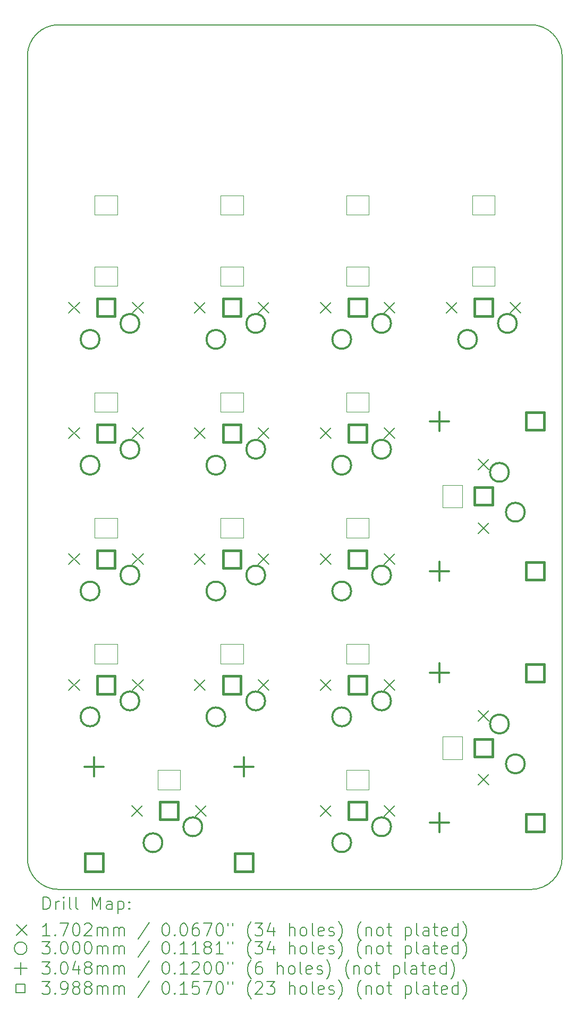
<source format=gbr>
%TF.GenerationSoftware,KiCad,Pcbnew,8.0.3-8.0.3-0~ubuntu22.04.1*%
%TF.CreationDate,2024-06-24T23:45:44-04:00*%
%TF.ProjectId,travis_num2024-routed2,74726176-6973-45f6-9e75-6d323032342d,2024.06.23*%
%TF.SameCoordinates,Original*%
%TF.FileFunction,Drillmap*%
%TF.FilePolarity,Positive*%
%FSLAX45Y45*%
G04 Gerber Fmt 4.5, Leading zero omitted, Abs format (unit mm)*
G04 Created by KiCad (PCBNEW 8.0.3-8.0.3-0~ubuntu22.04.1) date 2024-06-24 23:45:44*
%MOMM*%
%LPD*%
G01*
G04 APERTURE LIST*
%ADD10C,0.150000*%
%ADD11C,0.120000*%
%ADD12C,0.200000*%
%ADD13C,0.170180*%
%ADD14C,0.300000*%
%ADD15C,0.304800*%
%ADD16C,0.398780*%
G04 APERTURE END LIST*
D10*
X3247500Y-7475000D02*
X10767500Y-7475000D01*
X11267500Y-7975000D02*
X11267500Y-20752500D01*
X10767500Y-21252500D02*
X3247500Y-21252500D01*
X2747500Y-20752500D02*
X2747500Y-7975000D01*
X3247500Y-21252500D02*
G75*
G02*
X2747500Y-20752500I0J500000D01*
G01*
X2747500Y-7975000D02*
G75*
G02*
X3247500Y-7475000I500000J0D01*
G01*
X10767500Y-7475000D02*
G75*
G02*
X11267500Y-7975000I0J-500000D01*
G01*
X11267500Y-20752500D02*
G75*
G02*
X10767500Y-21252500I-500000J0D01*
G01*
D11*
X3820000Y-10193750D02*
X3820000Y-10503750D01*
X3820000Y-10503750D02*
X4180000Y-10503750D01*
X4180000Y-10193750D02*
X3820000Y-10193750D01*
X4180000Y-10503750D02*
X4180000Y-10193750D01*
X7830000Y-15339000D02*
X7830000Y-15649000D01*
X7830000Y-15649000D02*
X8190000Y-15649000D01*
X8190000Y-15339000D02*
X7830000Y-15339000D01*
X8190000Y-15649000D02*
X8190000Y-15339000D01*
X7830000Y-11329000D02*
X7830000Y-11639000D01*
X7830000Y-11639000D02*
X8190000Y-11639000D01*
X8190000Y-11329000D02*
X7830000Y-11329000D01*
X8190000Y-11639000D02*
X8190000Y-11329000D01*
X7830000Y-17344000D02*
X7830000Y-17654000D01*
X7830000Y-17654000D02*
X8190000Y-17654000D01*
X8190000Y-17344000D02*
X7830000Y-17344000D01*
X8190000Y-17654000D02*
X8190000Y-17344000D01*
X9835000Y-10193750D02*
X9835000Y-10503750D01*
X9835000Y-10503750D02*
X10195000Y-10503750D01*
X10195000Y-10193750D02*
X9835000Y-10193750D01*
X10195000Y-10503750D02*
X10195000Y-10193750D01*
X3820000Y-17344000D02*
X3820000Y-17654000D01*
X3820000Y-17654000D02*
X4180000Y-17654000D01*
X4180000Y-17344000D02*
X3820000Y-17344000D01*
X4180000Y-17654000D02*
X4180000Y-17344000D01*
X7830000Y-10193750D02*
X7830000Y-10503750D01*
X7830000Y-10503750D02*
X8190000Y-10503750D01*
X8190000Y-10193750D02*
X7830000Y-10193750D01*
X8190000Y-10503750D02*
X8190000Y-10193750D01*
X5825000Y-10193750D02*
X5825000Y-10503750D01*
X5825000Y-10503750D02*
X6185000Y-10503750D01*
X6185000Y-10193750D02*
X5825000Y-10193750D01*
X6185000Y-10503750D02*
X6185000Y-10193750D01*
X3820000Y-11329000D02*
X3820000Y-11639000D01*
X3820000Y-11639000D02*
X4180000Y-11639000D01*
X4180000Y-11329000D02*
X3820000Y-11329000D01*
X4180000Y-11639000D02*
X4180000Y-11329000D01*
X7830000Y-19349000D02*
X7830000Y-19659000D01*
X7830000Y-19659000D02*
X8190000Y-19659000D01*
X8190000Y-19349000D02*
X7830000Y-19349000D01*
X8190000Y-19659000D02*
X8190000Y-19349000D01*
X9364000Y-18817500D02*
X9364000Y-19177500D01*
X9364000Y-19177500D02*
X9674000Y-19177500D01*
X9674000Y-18817500D02*
X9364000Y-18817500D01*
X9674000Y-19177500D02*
X9674000Y-18817500D01*
X3820000Y-13334000D02*
X3820000Y-13644000D01*
X3820000Y-13644000D02*
X4180000Y-13644000D01*
X4180000Y-13334000D02*
X3820000Y-13334000D01*
X4180000Y-13644000D02*
X4180000Y-13334000D01*
X5825000Y-15339000D02*
X5825000Y-15649000D01*
X5825000Y-15649000D02*
X6185000Y-15649000D01*
X6185000Y-15339000D02*
X5825000Y-15339000D01*
X6185000Y-15649000D02*
X6185000Y-15339000D01*
X9835000Y-11329000D02*
X9835000Y-11639000D01*
X9835000Y-11639000D02*
X10195000Y-11639000D01*
X10195000Y-11329000D02*
X9835000Y-11329000D01*
X10195000Y-11639000D02*
X10195000Y-11329000D01*
X5825000Y-11329000D02*
X5825000Y-11639000D01*
X5825000Y-11639000D02*
X6185000Y-11639000D01*
X6185000Y-11329000D02*
X5825000Y-11329000D01*
X6185000Y-11639000D02*
X6185000Y-11329000D01*
X5825000Y-17344000D02*
X5825000Y-17654000D01*
X5825000Y-17654000D02*
X6185000Y-17654000D01*
X6185000Y-17344000D02*
X5825000Y-17344000D01*
X6185000Y-17654000D02*
X6185000Y-17344000D01*
X5825000Y-13334000D02*
X5825000Y-13644000D01*
X5825000Y-13644000D02*
X6185000Y-13644000D01*
X6185000Y-13334000D02*
X5825000Y-13334000D01*
X6185000Y-13644000D02*
X6185000Y-13334000D01*
X4822500Y-19349000D02*
X4822500Y-19659000D01*
X4822500Y-19659000D02*
X5182500Y-19659000D01*
X5182500Y-19349000D02*
X4822500Y-19349000D01*
X5182500Y-19659000D02*
X5182500Y-19349000D01*
X7830000Y-13334000D02*
X7830000Y-13644000D01*
X7830000Y-13644000D02*
X8190000Y-13644000D01*
X8190000Y-13334000D02*
X7830000Y-13334000D01*
X8190000Y-13644000D02*
X8190000Y-13334000D01*
X3820000Y-15339000D02*
X3820000Y-15649000D01*
X3820000Y-15649000D02*
X4180000Y-15649000D01*
X4180000Y-15339000D02*
X3820000Y-15339000D01*
X4180000Y-15649000D02*
X4180000Y-15339000D01*
X9364000Y-14807500D02*
X9364000Y-15167500D01*
X9364000Y-15167500D02*
X9674000Y-15167500D01*
X9674000Y-14807500D02*
X9364000Y-14807500D01*
X9674000Y-15167500D02*
X9674000Y-14807500D01*
D12*
D13*
X3406910Y-11894910D02*
X3577090Y-12065090D01*
X3577090Y-11894910D02*
X3406910Y-12065090D01*
X3406910Y-13899910D02*
X3577090Y-14070090D01*
X3577090Y-13899910D02*
X3406910Y-14070090D01*
X3406910Y-15904910D02*
X3577090Y-16075090D01*
X3577090Y-15904910D02*
X3406910Y-16075090D01*
X3406910Y-17909910D02*
X3577090Y-18080090D01*
X3577090Y-17909910D02*
X3406910Y-18080090D01*
X4409410Y-19914910D02*
X4579590Y-20085090D01*
X4579590Y-19914910D02*
X4409410Y-20085090D01*
X4422910Y-11894910D02*
X4593090Y-12065090D01*
X4593090Y-11894910D02*
X4422910Y-12065090D01*
X4422910Y-13899910D02*
X4593090Y-14070090D01*
X4593090Y-13899910D02*
X4422910Y-14070090D01*
X4422910Y-15904910D02*
X4593090Y-16075090D01*
X4593090Y-15904910D02*
X4422910Y-16075090D01*
X4422910Y-17909910D02*
X4593090Y-18080090D01*
X4593090Y-17909910D02*
X4422910Y-18080090D01*
X5411910Y-11894910D02*
X5582090Y-12065090D01*
X5582090Y-11894910D02*
X5411910Y-12065090D01*
X5411910Y-13899910D02*
X5582090Y-14070090D01*
X5582090Y-13899910D02*
X5411910Y-14070090D01*
X5411910Y-15904910D02*
X5582090Y-16075090D01*
X5582090Y-15904910D02*
X5411910Y-16075090D01*
X5411910Y-17909910D02*
X5582090Y-18080090D01*
X5582090Y-17909910D02*
X5411910Y-18080090D01*
X5425410Y-19914910D02*
X5595590Y-20085090D01*
X5595590Y-19914910D02*
X5425410Y-20085090D01*
X6427910Y-11894910D02*
X6598090Y-12065090D01*
X6598090Y-11894910D02*
X6427910Y-12065090D01*
X6427910Y-13899910D02*
X6598090Y-14070090D01*
X6598090Y-13899910D02*
X6427910Y-14070090D01*
X6427910Y-15904910D02*
X6598090Y-16075090D01*
X6598090Y-15904910D02*
X6427910Y-16075090D01*
X6427910Y-17909910D02*
X6598090Y-18080090D01*
X6598090Y-17909910D02*
X6427910Y-18080090D01*
X7416910Y-11894910D02*
X7587090Y-12065090D01*
X7587090Y-11894910D02*
X7416910Y-12065090D01*
X7416910Y-13899910D02*
X7587090Y-14070090D01*
X7587090Y-13899910D02*
X7416910Y-14070090D01*
X7416910Y-15904910D02*
X7587090Y-16075090D01*
X7587090Y-15904910D02*
X7416910Y-16075090D01*
X7416910Y-17909910D02*
X7587090Y-18080090D01*
X7587090Y-17909910D02*
X7416910Y-18080090D01*
X7416910Y-19914910D02*
X7587090Y-20085090D01*
X7587090Y-19914910D02*
X7416910Y-20085090D01*
X8432910Y-11894910D02*
X8603090Y-12065090D01*
X8603090Y-11894910D02*
X8432910Y-12065090D01*
X8432910Y-13899910D02*
X8603090Y-14070090D01*
X8603090Y-13899910D02*
X8432910Y-14070090D01*
X8432910Y-15904910D02*
X8603090Y-16075090D01*
X8603090Y-15904910D02*
X8432910Y-16075090D01*
X8432910Y-17909910D02*
X8603090Y-18080090D01*
X8603090Y-17909910D02*
X8432910Y-18080090D01*
X8432910Y-19914910D02*
X8603090Y-20085090D01*
X8603090Y-19914910D02*
X8432910Y-20085090D01*
X9421910Y-11894910D02*
X9592090Y-12065090D01*
X9592090Y-11894910D02*
X9421910Y-12065090D01*
X9929910Y-14394410D02*
X10100090Y-14564590D01*
X10100090Y-14394410D02*
X9929910Y-14564590D01*
X9929910Y-15410410D02*
X10100090Y-15580590D01*
X10100090Y-15410410D02*
X9929910Y-15580590D01*
X9929910Y-18404410D02*
X10100090Y-18574590D01*
X10100090Y-18404410D02*
X9929910Y-18574590D01*
X9929910Y-19420410D02*
X10100090Y-19590590D01*
X10100090Y-19420410D02*
X9929910Y-19590590D01*
X10437910Y-11894910D02*
X10608090Y-12065090D01*
X10608090Y-11894910D02*
X10437910Y-12065090D01*
D14*
X3896000Y-12488000D02*
G75*
G02*
X3596000Y-12488000I-150000J0D01*
G01*
X3596000Y-12488000D02*
G75*
G02*
X3896000Y-12488000I150000J0D01*
G01*
X3896000Y-14493000D02*
G75*
G02*
X3596000Y-14493000I-150000J0D01*
G01*
X3596000Y-14493000D02*
G75*
G02*
X3896000Y-14493000I150000J0D01*
G01*
X3896000Y-16498000D02*
G75*
G02*
X3596000Y-16498000I-150000J0D01*
G01*
X3596000Y-16498000D02*
G75*
G02*
X3896000Y-16498000I150000J0D01*
G01*
X3896000Y-18503000D02*
G75*
G02*
X3596000Y-18503000I-150000J0D01*
G01*
X3596000Y-18503000D02*
G75*
G02*
X3896000Y-18503000I150000J0D01*
G01*
X4531000Y-12234000D02*
G75*
G02*
X4231000Y-12234000I-150000J0D01*
G01*
X4231000Y-12234000D02*
G75*
G02*
X4531000Y-12234000I150000J0D01*
G01*
X4531000Y-14239000D02*
G75*
G02*
X4231000Y-14239000I-150000J0D01*
G01*
X4231000Y-14239000D02*
G75*
G02*
X4531000Y-14239000I150000J0D01*
G01*
X4531000Y-16244000D02*
G75*
G02*
X4231000Y-16244000I-150000J0D01*
G01*
X4231000Y-16244000D02*
G75*
G02*
X4531000Y-16244000I150000J0D01*
G01*
X4531000Y-18249000D02*
G75*
G02*
X4231000Y-18249000I-150000J0D01*
G01*
X4231000Y-18249000D02*
G75*
G02*
X4531000Y-18249000I150000J0D01*
G01*
X4898500Y-20508000D02*
G75*
G02*
X4598500Y-20508000I-150000J0D01*
G01*
X4598500Y-20508000D02*
G75*
G02*
X4898500Y-20508000I150000J0D01*
G01*
X5533500Y-20254000D02*
G75*
G02*
X5233500Y-20254000I-150000J0D01*
G01*
X5233500Y-20254000D02*
G75*
G02*
X5533500Y-20254000I150000J0D01*
G01*
X5901000Y-12488000D02*
G75*
G02*
X5601000Y-12488000I-150000J0D01*
G01*
X5601000Y-12488000D02*
G75*
G02*
X5901000Y-12488000I150000J0D01*
G01*
X5901000Y-14493000D02*
G75*
G02*
X5601000Y-14493000I-150000J0D01*
G01*
X5601000Y-14493000D02*
G75*
G02*
X5901000Y-14493000I150000J0D01*
G01*
X5901000Y-16498000D02*
G75*
G02*
X5601000Y-16498000I-150000J0D01*
G01*
X5601000Y-16498000D02*
G75*
G02*
X5901000Y-16498000I150000J0D01*
G01*
X5901000Y-18503000D02*
G75*
G02*
X5601000Y-18503000I-150000J0D01*
G01*
X5601000Y-18503000D02*
G75*
G02*
X5901000Y-18503000I150000J0D01*
G01*
X6536000Y-12234000D02*
G75*
G02*
X6236000Y-12234000I-150000J0D01*
G01*
X6236000Y-12234000D02*
G75*
G02*
X6536000Y-12234000I150000J0D01*
G01*
X6536000Y-14239000D02*
G75*
G02*
X6236000Y-14239000I-150000J0D01*
G01*
X6236000Y-14239000D02*
G75*
G02*
X6536000Y-14239000I150000J0D01*
G01*
X6536000Y-16244000D02*
G75*
G02*
X6236000Y-16244000I-150000J0D01*
G01*
X6236000Y-16244000D02*
G75*
G02*
X6536000Y-16244000I150000J0D01*
G01*
X6536000Y-18249000D02*
G75*
G02*
X6236000Y-18249000I-150000J0D01*
G01*
X6236000Y-18249000D02*
G75*
G02*
X6536000Y-18249000I150000J0D01*
G01*
X7906000Y-12488000D02*
G75*
G02*
X7606000Y-12488000I-150000J0D01*
G01*
X7606000Y-12488000D02*
G75*
G02*
X7906000Y-12488000I150000J0D01*
G01*
X7906000Y-14493000D02*
G75*
G02*
X7606000Y-14493000I-150000J0D01*
G01*
X7606000Y-14493000D02*
G75*
G02*
X7906000Y-14493000I150000J0D01*
G01*
X7906000Y-16498000D02*
G75*
G02*
X7606000Y-16498000I-150000J0D01*
G01*
X7606000Y-16498000D02*
G75*
G02*
X7906000Y-16498000I150000J0D01*
G01*
X7906000Y-18503000D02*
G75*
G02*
X7606000Y-18503000I-150000J0D01*
G01*
X7606000Y-18503000D02*
G75*
G02*
X7906000Y-18503000I150000J0D01*
G01*
X7906000Y-20508000D02*
G75*
G02*
X7606000Y-20508000I-150000J0D01*
G01*
X7606000Y-20508000D02*
G75*
G02*
X7906000Y-20508000I150000J0D01*
G01*
X8541000Y-12234000D02*
G75*
G02*
X8241000Y-12234000I-150000J0D01*
G01*
X8241000Y-12234000D02*
G75*
G02*
X8541000Y-12234000I150000J0D01*
G01*
X8541000Y-14239000D02*
G75*
G02*
X8241000Y-14239000I-150000J0D01*
G01*
X8241000Y-14239000D02*
G75*
G02*
X8541000Y-14239000I150000J0D01*
G01*
X8541000Y-16244000D02*
G75*
G02*
X8241000Y-16244000I-150000J0D01*
G01*
X8241000Y-16244000D02*
G75*
G02*
X8541000Y-16244000I150000J0D01*
G01*
X8541000Y-18249000D02*
G75*
G02*
X8241000Y-18249000I-150000J0D01*
G01*
X8241000Y-18249000D02*
G75*
G02*
X8541000Y-18249000I150000J0D01*
G01*
X8541000Y-20254000D02*
G75*
G02*
X8241000Y-20254000I-150000J0D01*
G01*
X8241000Y-20254000D02*
G75*
G02*
X8541000Y-20254000I150000J0D01*
G01*
X9911000Y-12488000D02*
G75*
G02*
X9611000Y-12488000I-150000J0D01*
G01*
X9611000Y-12488000D02*
G75*
G02*
X9911000Y-12488000I150000J0D01*
G01*
X10419000Y-14606500D02*
G75*
G02*
X10119000Y-14606500I-150000J0D01*
G01*
X10119000Y-14606500D02*
G75*
G02*
X10419000Y-14606500I150000J0D01*
G01*
X10419000Y-18616500D02*
G75*
G02*
X10119000Y-18616500I-150000J0D01*
G01*
X10119000Y-18616500D02*
G75*
G02*
X10419000Y-18616500I150000J0D01*
G01*
X10546000Y-12234000D02*
G75*
G02*
X10246000Y-12234000I-150000J0D01*
G01*
X10246000Y-12234000D02*
G75*
G02*
X10546000Y-12234000I150000J0D01*
G01*
X10673000Y-15241500D02*
G75*
G02*
X10373000Y-15241500I-150000J0D01*
G01*
X10373000Y-15241500D02*
G75*
G02*
X10673000Y-15241500I150000J0D01*
G01*
X10673000Y-19251500D02*
G75*
G02*
X10373000Y-19251500I-150000J0D01*
G01*
X10373000Y-19251500D02*
G75*
G02*
X10673000Y-19251500I150000J0D01*
G01*
D15*
X3808700Y-19149100D02*
X3808700Y-19453900D01*
X3656300Y-19301500D02*
X3961100Y-19301500D01*
X6196300Y-19149100D02*
X6196300Y-19453900D01*
X6043900Y-19301500D02*
X6348700Y-19301500D01*
X9316500Y-13641300D02*
X9316500Y-13946100D01*
X9164100Y-13793700D02*
X9468900Y-13793700D01*
X9316500Y-16028900D02*
X9316500Y-16333700D01*
X9164100Y-16181300D02*
X9468900Y-16181300D01*
X9316500Y-17651300D02*
X9316500Y-17956100D01*
X9164100Y-17803700D02*
X9468900Y-17803700D01*
X9316500Y-20038900D02*
X9316500Y-20343700D01*
X9164100Y-20191300D02*
X9468900Y-20191300D01*
D16*
X3949691Y-20963491D02*
X3949691Y-20681509D01*
X3667709Y-20681509D01*
X3667709Y-20963491D01*
X3949691Y-20963491D01*
X4140991Y-12120991D02*
X4140991Y-11839009D01*
X3859009Y-11839009D01*
X3859009Y-12120991D01*
X4140991Y-12120991D01*
X4140991Y-14125991D02*
X4140991Y-13844009D01*
X3859009Y-13844009D01*
X3859009Y-14125991D01*
X4140991Y-14125991D01*
X4140991Y-16130991D02*
X4140991Y-15849009D01*
X3859009Y-15849009D01*
X3859009Y-16130991D01*
X4140991Y-16130991D01*
X4140991Y-18135991D02*
X4140991Y-17854009D01*
X3859009Y-17854009D01*
X3859009Y-18135991D01*
X4140991Y-18135991D01*
X5143491Y-20140991D02*
X5143491Y-19859009D01*
X4861509Y-19859009D01*
X4861509Y-20140991D01*
X5143491Y-20140991D01*
X6145991Y-12120991D02*
X6145991Y-11839009D01*
X5864009Y-11839009D01*
X5864009Y-12120991D01*
X6145991Y-12120991D01*
X6145991Y-14125991D02*
X6145991Y-13844009D01*
X5864009Y-13844009D01*
X5864009Y-14125991D01*
X6145991Y-14125991D01*
X6145991Y-16130991D02*
X6145991Y-15849009D01*
X5864009Y-15849009D01*
X5864009Y-16130991D01*
X6145991Y-16130991D01*
X6145991Y-18135991D02*
X6145991Y-17854009D01*
X5864009Y-17854009D01*
X5864009Y-18135991D01*
X6145991Y-18135991D01*
X6337291Y-20963491D02*
X6337291Y-20681509D01*
X6055309Y-20681509D01*
X6055309Y-20963491D01*
X6337291Y-20963491D01*
X8150991Y-12120991D02*
X8150991Y-11839009D01*
X7869009Y-11839009D01*
X7869009Y-12120991D01*
X8150991Y-12120991D01*
X8150991Y-14125991D02*
X8150991Y-13844009D01*
X7869009Y-13844009D01*
X7869009Y-14125991D01*
X8150991Y-14125991D01*
X8150991Y-16130991D02*
X8150991Y-15849009D01*
X7869009Y-15849009D01*
X7869009Y-16130991D01*
X8150991Y-16130991D01*
X8150991Y-18135991D02*
X8150991Y-17854009D01*
X7869009Y-17854009D01*
X7869009Y-18135991D01*
X8150991Y-18135991D01*
X8150991Y-20140991D02*
X8150991Y-19859009D01*
X7869009Y-19859009D01*
X7869009Y-20140991D01*
X8150991Y-20140991D01*
X10155991Y-12120991D02*
X10155991Y-11839009D01*
X9874009Y-11839009D01*
X9874009Y-12120991D01*
X10155991Y-12120991D01*
X10155991Y-15128491D02*
X10155991Y-14846509D01*
X9874009Y-14846509D01*
X9874009Y-15128491D01*
X10155991Y-15128491D01*
X10155991Y-19138491D02*
X10155991Y-18856509D01*
X9874009Y-18856509D01*
X9874009Y-19138491D01*
X10155991Y-19138491D01*
X10978491Y-13934691D02*
X10978491Y-13652709D01*
X10696509Y-13652709D01*
X10696509Y-13934691D01*
X10978491Y-13934691D01*
X10978491Y-16322291D02*
X10978491Y-16040309D01*
X10696509Y-16040309D01*
X10696509Y-16322291D01*
X10978491Y-16322291D01*
X10978491Y-17944691D02*
X10978491Y-17662709D01*
X10696509Y-17662709D01*
X10696509Y-17944691D01*
X10978491Y-17944691D01*
X10978491Y-20332291D02*
X10978491Y-20050309D01*
X10696509Y-20050309D01*
X10696509Y-20332291D01*
X10978491Y-20332291D01*
D12*
X3000777Y-21571484D02*
X3000777Y-21371484D01*
X3000777Y-21371484D02*
X3048396Y-21371484D01*
X3048396Y-21371484D02*
X3076967Y-21381008D01*
X3076967Y-21381008D02*
X3096015Y-21400055D01*
X3096015Y-21400055D02*
X3105539Y-21419103D01*
X3105539Y-21419103D02*
X3115062Y-21457198D01*
X3115062Y-21457198D02*
X3115062Y-21485770D01*
X3115062Y-21485770D02*
X3105539Y-21523865D01*
X3105539Y-21523865D02*
X3096015Y-21542912D01*
X3096015Y-21542912D02*
X3076967Y-21561960D01*
X3076967Y-21561960D02*
X3048396Y-21571484D01*
X3048396Y-21571484D02*
X3000777Y-21571484D01*
X3200777Y-21571484D02*
X3200777Y-21438150D01*
X3200777Y-21476246D02*
X3210301Y-21457198D01*
X3210301Y-21457198D02*
X3219824Y-21447674D01*
X3219824Y-21447674D02*
X3238872Y-21438150D01*
X3238872Y-21438150D02*
X3257920Y-21438150D01*
X3324586Y-21571484D02*
X3324586Y-21438150D01*
X3324586Y-21371484D02*
X3315062Y-21381008D01*
X3315062Y-21381008D02*
X3324586Y-21390531D01*
X3324586Y-21390531D02*
X3334110Y-21381008D01*
X3334110Y-21381008D02*
X3324586Y-21371484D01*
X3324586Y-21371484D02*
X3324586Y-21390531D01*
X3448396Y-21571484D02*
X3429348Y-21561960D01*
X3429348Y-21561960D02*
X3419824Y-21542912D01*
X3419824Y-21542912D02*
X3419824Y-21371484D01*
X3553158Y-21571484D02*
X3534110Y-21561960D01*
X3534110Y-21561960D02*
X3524586Y-21542912D01*
X3524586Y-21542912D02*
X3524586Y-21371484D01*
X3781729Y-21571484D02*
X3781729Y-21371484D01*
X3781729Y-21371484D02*
X3848396Y-21514341D01*
X3848396Y-21514341D02*
X3915062Y-21371484D01*
X3915062Y-21371484D02*
X3915062Y-21571484D01*
X4096015Y-21571484D02*
X4096015Y-21466722D01*
X4096015Y-21466722D02*
X4086491Y-21447674D01*
X4086491Y-21447674D02*
X4067443Y-21438150D01*
X4067443Y-21438150D02*
X4029348Y-21438150D01*
X4029348Y-21438150D02*
X4010301Y-21447674D01*
X4096015Y-21561960D02*
X4076967Y-21571484D01*
X4076967Y-21571484D02*
X4029348Y-21571484D01*
X4029348Y-21571484D02*
X4010301Y-21561960D01*
X4010301Y-21561960D02*
X4000777Y-21542912D01*
X4000777Y-21542912D02*
X4000777Y-21523865D01*
X4000777Y-21523865D02*
X4010301Y-21504817D01*
X4010301Y-21504817D02*
X4029348Y-21495293D01*
X4029348Y-21495293D02*
X4076967Y-21495293D01*
X4076967Y-21495293D02*
X4096015Y-21485770D01*
X4191253Y-21438150D02*
X4191253Y-21638150D01*
X4191253Y-21447674D02*
X4210301Y-21438150D01*
X4210301Y-21438150D02*
X4248396Y-21438150D01*
X4248396Y-21438150D02*
X4267444Y-21447674D01*
X4267444Y-21447674D02*
X4276967Y-21457198D01*
X4276967Y-21457198D02*
X4286491Y-21476246D01*
X4286491Y-21476246D02*
X4286491Y-21533389D01*
X4286491Y-21533389D02*
X4276967Y-21552436D01*
X4276967Y-21552436D02*
X4267444Y-21561960D01*
X4267444Y-21561960D02*
X4248396Y-21571484D01*
X4248396Y-21571484D02*
X4210301Y-21571484D01*
X4210301Y-21571484D02*
X4191253Y-21561960D01*
X4372205Y-21552436D02*
X4381729Y-21561960D01*
X4381729Y-21561960D02*
X4372205Y-21571484D01*
X4372205Y-21571484D02*
X4362682Y-21561960D01*
X4362682Y-21561960D02*
X4372205Y-21552436D01*
X4372205Y-21552436D02*
X4372205Y-21571484D01*
X4372205Y-21447674D02*
X4381729Y-21457198D01*
X4381729Y-21457198D02*
X4372205Y-21466722D01*
X4372205Y-21466722D02*
X4362682Y-21457198D01*
X4362682Y-21457198D02*
X4372205Y-21447674D01*
X4372205Y-21447674D02*
X4372205Y-21466722D01*
D13*
X2569820Y-21814910D02*
X2740000Y-21985090D01*
X2740000Y-21814910D02*
X2569820Y-21985090D01*
D12*
X3105539Y-21991484D02*
X2991253Y-21991484D01*
X3048396Y-21991484D02*
X3048396Y-21791484D01*
X3048396Y-21791484D02*
X3029348Y-21820055D01*
X3029348Y-21820055D02*
X3010301Y-21839103D01*
X3010301Y-21839103D02*
X2991253Y-21848627D01*
X3191253Y-21972436D02*
X3200777Y-21981960D01*
X3200777Y-21981960D02*
X3191253Y-21991484D01*
X3191253Y-21991484D02*
X3181729Y-21981960D01*
X3181729Y-21981960D02*
X3191253Y-21972436D01*
X3191253Y-21972436D02*
X3191253Y-21991484D01*
X3267443Y-21791484D02*
X3400777Y-21791484D01*
X3400777Y-21791484D02*
X3315062Y-21991484D01*
X3515062Y-21791484D02*
X3534110Y-21791484D01*
X3534110Y-21791484D02*
X3553158Y-21801008D01*
X3553158Y-21801008D02*
X3562682Y-21810531D01*
X3562682Y-21810531D02*
X3572205Y-21829579D01*
X3572205Y-21829579D02*
X3581729Y-21867674D01*
X3581729Y-21867674D02*
X3581729Y-21915293D01*
X3581729Y-21915293D02*
X3572205Y-21953389D01*
X3572205Y-21953389D02*
X3562682Y-21972436D01*
X3562682Y-21972436D02*
X3553158Y-21981960D01*
X3553158Y-21981960D02*
X3534110Y-21991484D01*
X3534110Y-21991484D02*
X3515062Y-21991484D01*
X3515062Y-21991484D02*
X3496015Y-21981960D01*
X3496015Y-21981960D02*
X3486491Y-21972436D01*
X3486491Y-21972436D02*
X3476967Y-21953389D01*
X3476967Y-21953389D02*
X3467443Y-21915293D01*
X3467443Y-21915293D02*
X3467443Y-21867674D01*
X3467443Y-21867674D02*
X3476967Y-21829579D01*
X3476967Y-21829579D02*
X3486491Y-21810531D01*
X3486491Y-21810531D02*
X3496015Y-21801008D01*
X3496015Y-21801008D02*
X3515062Y-21791484D01*
X3657920Y-21810531D02*
X3667443Y-21801008D01*
X3667443Y-21801008D02*
X3686491Y-21791484D01*
X3686491Y-21791484D02*
X3734110Y-21791484D01*
X3734110Y-21791484D02*
X3753158Y-21801008D01*
X3753158Y-21801008D02*
X3762682Y-21810531D01*
X3762682Y-21810531D02*
X3772205Y-21829579D01*
X3772205Y-21829579D02*
X3772205Y-21848627D01*
X3772205Y-21848627D02*
X3762682Y-21877198D01*
X3762682Y-21877198D02*
X3648396Y-21991484D01*
X3648396Y-21991484D02*
X3772205Y-21991484D01*
X3857920Y-21991484D02*
X3857920Y-21858150D01*
X3857920Y-21877198D02*
X3867443Y-21867674D01*
X3867443Y-21867674D02*
X3886491Y-21858150D01*
X3886491Y-21858150D02*
X3915063Y-21858150D01*
X3915063Y-21858150D02*
X3934110Y-21867674D01*
X3934110Y-21867674D02*
X3943634Y-21886722D01*
X3943634Y-21886722D02*
X3943634Y-21991484D01*
X3943634Y-21886722D02*
X3953158Y-21867674D01*
X3953158Y-21867674D02*
X3972205Y-21858150D01*
X3972205Y-21858150D02*
X4000777Y-21858150D01*
X4000777Y-21858150D02*
X4019824Y-21867674D01*
X4019824Y-21867674D02*
X4029348Y-21886722D01*
X4029348Y-21886722D02*
X4029348Y-21991484D01*
X4124586Y-21991484D02*
X4124586Y-21858150D01*
X4124586Y-21877198D02*
X4134110Y-21867674D01*
X4134110Y-21867674D02*
X4153158Y-21858150D01*
X4153158Y-21858150D02*
X4181729Y-21858150D01*
X4181729Y-21858150D02*
X4200777Y-21867674D01*
X4200777Y-21867674D02*
X4210301Y-21886722D01*
X4210301Y-21886722D02*
X4210301Y-21991484D01*
X4210301Y-21886722D02*
X4219825Y-21867674D01*
X4219825Y-21867674D02*
X4238872Y-21858150D01*
X4238872Y-21858150D02*
X4267444Y-21858150D01*
X4267444Y-21858150D02*
X4286491Y-21867674D01*
X4286491Y-21867674D02*
X4296015Y-21886722D01*
X4296015Y-21886722D02*
X4296015Y-21991484D01*
X4686491Y-21781960D02*
X4515063Y-22039103D01*
X4943634Y-21791484D02*
X4962682Y-21791484D01*
X4962682Y-21791484D02*
X4981729Y-21801008D01*
X4981729Y-21801008D02*
X4991253Y-21810531D01*
X4991253Y-21810531D02*
X5000777Y-21829579D01*
X5000777Y-21829579D02*
X5010301Y-21867674D01*
X5010301Y-21867674D02*
X5010301Y-21915293D01*
X5010301Y-21915293D02*
X5000777Y-21953389D01*
X5000777Y-21953389D02*
X4991253Y-21972436D01*
X4991253Y-21972436D02*
X4981729Y-21981960D01*
X4981729Y-21981960D02*
X4962682Y-21991484D01*
X4962682Y-21991484D02*
X4943634Y-21991484D01*
X4943634Y-21991484D02*
X4924587Y-21981960D01*
X4924587Y-21981960D02*
X4915063Y-21972436D01*
X4915063Y-21972436D02*
X4905539Y-21953389D01*
X4905539Y-21953389D02*
X4896015Y-21915293D01*
X4896015Y-21915293D02*
X4896015Y-21867674D01*
X4896015Y-21867674D02*
X4905539Y-21829579D01*
X4905539Y-21829579D02*
X4915063Y-21810531D01*
X4915063Y-21810531D02*
X4924587Y-21801008D01*
X4924587Y-21801008D02*
X4943634Y-21791484D01*
X5096015Y-21972436D02*
X5105539Y-21981960D01*
X5105539Y-21981960D02*
X5096015Y-21991484D01*
X5096015Y-21991484D02*
X5086491Y-21981960D01*
X5086491Y-21981960D02*
X5096015Y-21972436D01*
X5096015Y-21972436D02*
X5096015Y-21991484D01*
X5229348Y-21791484D02*
X5248396Y-21791484D01*
X5248396Y-21791484D02*
X5267444Y-21801008D01*
X5267444Y-21801008D02*
X5276968Y-21810531D01*
X5276968Y-21810531D02*
X5286491Y-21829579D01*
X5286491Y-21829579D02*
X5296015Y-21867674D01*
X5296015Y-21867674D02*
X5296015Y-21915293D01*
X5296015Y-21915293D02*
X5286491Y-21953389D01*
X5286491Y-21953389D02*
X5276968Y-21972436D01*
X5276968Y-21972436D02*
X5267444Y-21981960D01*
X5267444Y-21981960D02*
X5248396Y-21991484D01*
X5248396Y-21991484D02*
X5229348Y-21991484D01*
X5229348Y-21991484D02*
X5210301Y-21981960D01*
X5210301Y-21981960D02*
X5200777Y-21972436D01*
X5200777Y-21972436D02*
X5191253Y-21953389D01*
X5191253Y-21953389D02*
X5181729Y-21915293D01*
X5181729Y-21915293D02*
X5181729Y-21867674D01*
X5181729Y-21867674D02*
X5191253Y-21829579D01*
X5191253Y-21829579D02*
X5200777Y-21810531D01*
X5200777Y-21810531D02*
X5210301Y-21801008D01*
X5210301Y-21801008D02*
X5229348Y-21791484D01*
X5467444Y-21791484D02*
X5429348Y-21791484D01*
X5429348Y-21791484D02*
X5410301Y-21801008D01*
X5410301Y-21801008D02*
X5400777Y-21810531D01*
X5400777Y-21810531D02*
X5381729Y-21839103D01*
X5381729Y-21839103D02*
X5372206Y-21877198D01*
X5372206Y-21877198D02*
X5372206Y-21953389D01*
X5372206Y-21953389D02*
X5381729Y-21972436D01*
X5381729Y-21972436D02*
X5391253Y-21981960D01*
X5391253Y-21981960D02*
X5410301Y-21991484D01*
X5410301Y-21991484D02*
X5448396Y-21991484D01*
X5448396Y-21991484D02*
X5467444Y-21981960D01*
X5467444Y-21981960D02*
X5476968Y-21972436D01*
X5476968Y-21972436D02*
X5486491Y-21953389D01*
X5486491Y-21953389D02*
X5486491Y-21905770D01*
X5486491Y-21905770D02*
X5476968Y-21886722D01*
X5476968Y-21886722D02*
X5467444Y-21877198D01*
X5467444Y-21877198D02*
X5448396Y-21867674D01*
X5448396Y-21867674D02*
X5410301Y-21867674D01*
X5410301Y-21867674D02*
X5391253Y-21877198D01*
X5391253Y-21877198D02*
X5381729Y-21886722D01*
X5381729Y-21886722D02*
X5372206Y-21905770D01*
X5553158Y-21791484D02*
X5686491Y-21791484D01*
X5686491Y-21791484D02*
X5600777Y-21991484D01*
X5800777Y-21791484D02*
X5819825Y-21791484D01*
X5819825Y-21791484D02*
X5838872Y-21801008D01*
X5838872Y-21801008D02*
X5848396Y-21810531D01*
X5848396Y-21810531D02*
X5857920Y-21829579D01*
X5857920Y-21829579D02*
X5867444Y-21867674D01*
X5867444Y-21867674D02*
X5867444Y-21915293D01*
X5867444Y-21915293D02*
X5857920Y-21953389D01*
X5857920Y-21953389D02*
X5848396Y-21972436D01*
X5848396Y-21972436D02*
X5838872Y-21981960D01*
X5838872Y-21981960D02*
X5819825Y-21991484D01*
X5819825Y-21991484D02*
X5800777Y-21991484D01*
X5800777Y-21991484D02*
X5781729Y-21981960D01*
X5781729Y-21981960D02*
X5772206Y-21972436D01*
X5772206Y-21972436D02*
X5762682Y-21953389D01*
X5762682Y-21953389D02*
X5753158Y-21915293D01*
X5753158Y-21915293D02*
X5753158Y-21867674D01*
X5753158Y-21867674D02*
X5762682Y-21829579D01*
X5762682Y-21829579D02*
X5772206Y-21810531D01*
X5772206Y-21810531D02*
X5781729Y-21801008D01*
X5781729Y-21801008D02*
X5800777Y-21791484D01*
X5943634Y-21791484D02*
X5943634Y-21829579D01*
X6019825Y-21791484D02*
X6019825Y-21829579D01*
X6315063Y-22067674D02*
X6305539Y-22058150D01*
X6305539Y-22058150D02*
X6286491Y-22029579D01*
X6286491Y-22029579D02*
X6276968Y-22010531D01*
X6276968Y-22010531D02*
X6267444Y-21981960D01*
X6267444Y-21981960D02*
X6257920Y-21934341D01*
X6257920Y-21934341D02*
X6257920Y-21896246D01*
X6257920Y-21896246D02*
X6267444Y-21848627D01*
X6267444Y-21848627D02*
X6276968Y-21820055D01*
X6276968Y-21820055D02*
X6286491Y-21801008D01*
X6286491Y-21801008D02*
X6305539Y-21772436D01*
X6305539Y-21772436D02*
X6315063Y-21762912D01*
X6372206Y-21791484D02*
X6496015Y-21791484D01*
X6496015Y-21791484D02*
X6429348Y-21867674D01*
X6429348Y-21867674D02*
X6457920Y-21867674D01*
X6457920Y-21867674D02*
X6476968Y-21877198D01*
X6476968Y-21877198D02*
X6486491Y-21886722D01*
X6486491Y-21886722D02*
X6496015Y-21905770D01*
X6496015Y-21905770D02*
X6496015Y-21953389D01*
X6496015Y-21953389D02*
X6486491Y-21972436D01*
X6486491Y-21972436D02*
X6476968Y-21981960D01*
X6476968Y-21981960D02*
X6457920Y-21991484D01*
X6457920Y-21991484D02*
X6400777Y-21991484D01*
X6400777Y-21991484D02*
X6381729Y-21981960D01*
X6381729Y-21981960D02*
X6372206Y-21972436D01*
X6667444Y-21858150D02*
X6667444Y-21991484D01*
X6619825Y-21781960D02*
X6572206Y-21924817D01*
X6572206Y-21924817D02*
X6696015Y-21924817D01*
X6924587Y-21991484D02*
X6924587Y-21791484D01*
X7010301Y-21991484D02*
X7010301Y-21886722D01*
X7010301Y-21886722D02*
X7000777Y-21867674D01*
X7000777Y-21867674D02*
X6981730Y-21858150D01*
X6981730Y-21858150D02*
X6953158Y-21858150D01*
X6953158Y-21858150D02*
X6934110Y-21867674D01*
X6934110Y-21867674D02*
X6924587Y-21877198D01*
X7134110Y-21991484D02*
X7115063Y-21981960D01*
X7115063Y-21981960D02*
X7105539Y-21972436D01*
X7105539Y-21972436D02*
X7096015Y-21953389D01*
X7096015Y-21953389D02*
X7096015Y-21896246D01*
X7096015Y-21896246D02*
X7105539Y-21877198D01*
X7105539Y-21877198D02*
X7115063Y-21867674D01*
X7115063Y-21867674D02*
X7134110Y-21858150D01*
X7134110Y-21858150D02*
X7162682Y-21858150D01*
X7162682Y-21858150D02*
X7181730Y-21867674D01*
X7181730Y-21867674D02*
X7191253Y-21877198D01*
X7191253Y-21877198D02*
X7200777Y-21896246D01*
X7200777Y-21896246D02*
X7200777Y-21953389D01*
X7200777Y-21953389D02*
X7191253Y-21972436D01*
X7191253Y-21972436D02*
X7181730Y-21981960D01*
X7181730Y-21981960D02*
X7162682Y-21991484D01*
X7162682Y-21991484D02*
X7134110Y-21991484D01*
X7315063Y-21991484D02*
X7296015Y-21981960D01*
X7296015Y-21981960D02*
X7286491Y-21962912D01*
X7286491Y-21962912D02*
X7286491Y-21791484D01*
X7467444Y-21981960D02*
X7448396Y-21991484D01*
X7448396Y-21991484D02*
X7410301Y-21991484D01*
X7410301Y-21991484D02*
X7391253Y-21981960D01*
X7391253Y-21981960D02*
X7381730Y-21962912D01*
X7381730Y-21962912D02*
X7381730Y-21886722D01*
X7381730Y-21886722D02*
X7391253Y-21867674D01*
X7391253Y-21867674D02*
X7410301Y-21858150D01*
X7410301Y-21858150D02*
X7448396Y-21858150D01*
X7448396Y-21858150D02*
X7467444Y-21867674D01*
X7467444Y-21867674D02*
X7476968Y-21886722D01*
X7476968Y-21886722D02*
X7476968Y-21905770D01*
X7476968Y-21905770D02*
X7381730Y-21924817D01*
X7553158Y-21981960D02*
X7572206Y-21991484D01*
X7572206Y-21991484D02*
X7610301Y-21991484D01*
X7610301Y-21991484D02*
X7629349Y-21981960D01*
X7629349Y-21981960D02*
X7638872Y-21962912D01*
X7638872Y-21962912D02*
X7638872Y-21953389D01*
X7638872Y-21953389D02*
X7629349Y-21934341D01*
X7629349Y-21934341D02*
X7610301Y-21924817D01*
X7610301Y-21924817D02*
X7581730Y-21924817D01*
X7581730Y-21924817D02*
X7562682Y-21915293D01*
X7562682Y-21915293D02*
X7553158Y-21896246D01*
X7553158Y-21896246D02*
X7553158Y-21886722D01*
X7553158Y-21886722D02*
X7562682Y-21867674D01*
X7562682Y-21867674D02*
X7581730Y-21858150D01*
X7581730Y-21858150D02*
X7610301Y-21858150D01*
X7610301Y-21858150D02*
X7629349Y-21867674D01*
X7705539Y-22067674D02*
X7715063Y-22058150D01*
X7715063Y-22058150D02*
X7734111Y-22029579D01*
X7734111Y-22029579D02*
X7743634Y-22010531D01*
X7743634Y-22010531D02*
X7753158Y-21981960D01*
X7753158Y-21981960D02*
X7762682Y-21934341D01*
X7762682Y-21934341D02*
X7762682Y-21896246D01*
X7762682Y-21896246D02*
X7753158Y-21848627D01*
X7753158Y-21848627D02*
X7743634Y-21820055D01*
X7743634Y-21820055D02*
X7734111Y-21801008D01*
X7734111Y-21801008D02*
X7715063Y-21772436D01*
X7715063Y-21772436D02*
X7705539Y-21762912D01*
X8067444Y-22067674D02*
X8057920Y-22058150D01*
X8057920Y-22058150D02*
X8038872Y-22029579D01*
X8038872Y-22029579D02*
X8029349Y-22010531D01*
X8029349Y-22010531D02*
X8019825Y-21981960D01*
X8019825Y-21981960D02*
X8010301Y-21934341D01*
X8010301Y-21934341D02*
X8010301Y-21896246D01*
X8010301Y-21896246D02*
X8019825Y-21848627D01*
X8019825Y-21848627D02*
X8029349Y-21820055D01*
X8029349Y-21820055D02*
X8038872Y-21801008D01*
X8038872Y-21801008D02*
X8057920Y-21772436D01*
X8057920Y-21772436D02*
X8067444Y-21762912D01*
X8143634Y-21858150D02*
X8143634Y-21991484D01*
X8143634Y-21877198D02*
X8153158Y-21867674D01*
X8153158Y-21867674D02*
X8172206Y-21858150D01*
X8172206Y-21858150D02*
X8200777Y-21858150D01*
X8200777Y-21858150D02*
X8219825Y-21867674D01*
X8219825Y-21867674D02*
X8229349Y-21886722D01*
X8229349Y-21886722D02*
X8229349Y-21991484D01*
X8353158Y-21991484D02*
X8334111Y-21981960D01*
X8334111Y-21981960D02*
X8324587Y-21972436D01*
X8324587Y-21972436D02*
X8315063Y-21953389D01*
X8315063Y-21953389D02*
X8315063Y-21896246D01*
X8315063Y-21896246D02*
X8324587Y-21877198D01*
X8324587Y-21877198D02*
X8334111Y-21867674D01*
X8334111Y-21867674D02*
X8353158Y-21858150D01*
X8353158Y-21858150D02*
X8381730Y-21858150D01*
X8381730Y-21858150D02*
X8400777Y-21867674D01*
X8400777Y-21867674D02*
X8410301Y-21877198D01*
X8410301Y-21877198D02*
X8419825Y-21896246D01*
X8419825Y-21896246D02*
X8419825Y-21953389D01*
X8419825Y-21953389D02*
X8410301Y-21972436D01*
X8410301Y-21972436D02*
X8400777Y-21981960D01*
X8400777Y-21981960D02*
X8381730Y-21991484D01*
X8381730Y-21991484D02*
X8353158Y-21991484D01*
X8476968Y-21858150D02*
X8553158Y-21858150D01*
X8505539Y-21791484D02*
X8505539Y-21962912D01*
X8505539Y-21962912D02*
X8515063Y-21981960D01*
X8515063Y-21981960D02*
X8534111Y-21991484D01*
X8534111Y-21991484D02*
X8553158Y-21991484D01*
X8772206Y-21858150D02*
X8772206Y-22058150D01*
X8772206Y-21867674D02*
X8791254Y-21858150D01*
X8791254Y-21858150D02*
X8829349Y-21858150D01*
X8829349Y-21858150D02*
X8848396Y-21867674D01*
X8848396Y-21867674D02*
X8857920Y-21877198D01*
X8857920Y-21877198D02*
X8867444Y-21896246D01*
X8867444Y-21896246D02*
X8867444Y-21953389D01*
X8867444Y-21953389D02*
X8857920Y-21972436D01*
X8857920Y-21972436D02*
X8848396Y-21981960D01*
X8848396Y-21981960D02*
X8829349Y-21991484D01*
X8829349Y-21991484D02*
X8791254Y-21991484D01*
X8791254Y-21991484D02*
X8772206Y-21981960D01*
X8981730Y-21991484D02*
X8962682Y-21981960D01*
X8962682Y-21981960D02*
X8953158Y-21962912D01*
X8953158Y-21962912D02*
X8953158Y-21791484D01*
X9143635Y-21991484D02*
X9143635Y-21886722D01*
X9143635Y-21886722D02*
X9134111Y-21867674D01*
X9134111Y-21867674D02*
X9115063Y-21858150D01*
X9115063Y-21858150D02*
X9076968Y-21858150D01*
X9076968Y-21858150D02*
X9057920Y-21867674D01*
X9143635Y-21981960D02*
X9124587Y-21991484D01*
X9124587Y-21991484D02*
X9076968Y-21991484D01*
X9076968Y-21991484D02*
X9057920Y-21981960D01*
X9057920Y-21981960D02*
X9048396Y-21962912D01*
X9048396Y-21962912D02*
X9048396Y-21943865D01*
X9048396Y-21943865D02*
X9057920Y-21924817D01*
X9057920Y-21924817D02*
X9076968Y-21915293D01*
X9076968Y-21915293D02*
X9124587Y-21915293D01*
X9124587Y-21915293D02*
X9143635Y-21905770D01*
X9210301Y-21858150D02*
X9286492Y-21858150D01*
X9238873Y-21791484D02*
X9238873Y-21962912D01*
X9238873Y-21962912D02*
X9248396Y-21981960D01*
X9248396Y-21981960D02*
X9267444Y-21991484D01*
X9267444Y-21991484D02*
X9286492Y-21991484D01*
X9429349Y-21981960D02*
X9410301Y-21991484D01*
X9410301Y-21991484D02*
X9372206Y-21991484D01*
X9372206Y-21991484D02*
X9353158Y-21981960D01*
X9353158Y-21981960D02*
X9343635Y-21962912D01*
X9343635Y-21962912D02*
X9343635Y-21886722D01*
X9343635Y-21886722D02*
X9353158Y-21867674D01*
X9353158Y-21867674D02*
X9372206Y-21858150D01*
X9372206Y-21858150D02*
X9410301Y-21858150D01*
X9410301Y-21858150D02*
X9429349Y-21867674D01*
X9429349Y-21867674D02*
X9438873Y-21886722D01*
X9438873Y-21886722D02*
X9438873Y-21905770D01*
X9438873Y-21905770D02*
X9343635Y-21924817D01*
X9610301Y-21991484D02*
X9610301Y-21791484D01*
X9610301Y-21981960D02*
X9591254Y-21991484D01*
X9591254Y-21991484D02*
X9553158Y-21991484D01*
X9553158Y-21991484D02*
X9534111Y-21981960D01*
X9534111Y-21981960D02*
X9524587Y-21972436D01*
X9524587Y-21972436D02*
X9515063Y-21953389D01*
X9515063Y-21953389D02*
X9515063Y-21896246D01*
X9515063Y-21896246D02*
X9524587Y-21877198D01*
X9524587Y-21877198D02*
X9534111Y-21867674D01*
X9534111Y-21867674D02*
X9553158Y-21858150D01*
X9553158Y-21858150D02*
X9591254Y-21858150D01*
X9591254Y-21858150D02*
X9610301Y-21867674D01*
X9686492Y-22067674D02*
X9696016Y-22058150D01*
X9696016Y-22058150D02*
X9715063Y-22029579D01*
X9715063Y-22029579D02*
X9724587Y-22010531D01*
X9724587Y-22010531D02*
X9734111Y-21981960D01*
X9734111Y-21981960D02*
X9743635Y-21934341D01*
X9743635Y-21934341D02*
X9743635Y-21896246D01*
X9743635Y-21896246D02*
X9734111Y-21848627D01*
X9734111Y-21848627D02*
X9724587Y-21820055D01*
X9724587Y-21820055D02*
X9715063Y-21801008D01*
X9715063Y-21801008D02*
X9696016Y-21772436D01*
X9696016Y-21772436D02*
X9686492Y-21762912D01*
X2740000Y-22190180D02*
G75*
G02*
X2540000Y-22190180I-100000J0D01*
G01*
X2540000Y-22190180D02*
G75*
G02*
X2740000Y-22190180I100000J0D01*
G01*
X2981729Y-22081664D02*
X3105539Y-22081664D01*
X3105539Y-22081664D02*
X3038872Y-22157854D01*
X3038872Y-22157854D02*
X3067443Y-22157854D01*
X3067443Y-22157854D02*
X3086491Y-22167378D01*
X3086491Y-22167378D02*
X3096015Y-22176902D01*
X3096015Y-22176902D02*
X3105539Y-22195950D01*
X3105539Y-22195950D02*
X3105539Y-22243569D01*
X3105539Y-22243569D02*
X3096015Y-22262616D01*
X3096015Y-22262616D02*
X3086491Y-22272140D01*
X3086491Y-22272140D02*
X3067443Y-22281664D01*
X3067443Y-22281664D02*
X3010301Y-22281664D01*
X3010301Y-22281664D02*
X2991253Y-22272140D01*
X2991253Y-22272140D02*
X2981729Y-22262616D01*
X3191253Y-22262616D02*
X3200777Y-22272140D01*
X3200777Y-22272140D02*
X3191253Y-22281664D01*
X3191253Y-22281664D02*
X3181729Y-22272140D01*
X3181729Y-22272140D02*
X3191253Y-22262616D01*
X3191253Y-22262616D02*
X3191253Y-22281664D01*
X3324586Y-22081664D02*
X3343634Y-22081664D01*
X3343634Y-22081664D02*
X3362682Y-22091188D01*
X3362682Y-22091188D02*
X3372205Y-22100711D01*
X3372205Y-22100711D02*
X3381729Y-22119759D01*
X3381729Y-22119759D02*
X3391253Y-22157854D01*
X3391253Y-22157854D02*
X3391253Y-22205473D01*
X3391253Y-22205473D02*
X3381729Y-22243569D01*
X3381729Y-22243569D02*
X3372205Y-22262616D01*
X3372205Y-22262616D02*
X3362682Y-22272140D01*
X3362682Y-22272140D02*
X3343634Y-22281664D01*
X3343634Y-22281664D02*
X3324586Y-22281664D01*
X3324586Y-22281664D02*
X3305539Y-22272140D01*
X3305539Y-22272140D02*
X3296015Y-22262616D01*
X3296015Y-22262616D02*
X3286491Y-22243569D01*
X3286491Y-22243569D02*
X3276967Y-22205473D01*
X3276967Y-22205473D02*
X3276967Y-22157854D01*
X3276967Y-22157854D02*
X3286491Y-22119759D01*
X3286491Y-22119759D02*
X3296015Y-22100711D01*
X3296015Y-22100711D02*
X3305539Y-22091188D01*
X3305539Y-22091188D02*
X3324586Y-22081664D01*
X3515062Y-22081664D02*
X3534110Y-22081664D01*
X3534110Y-22081664D02*
X3553158Y-22091188D01*
X3553158Y-22091188D02*
X3562682Y-22100711D01*
X3562682Y-22100711D02*
X3572205Y-22119759D01*
X3572205Y-22119759D02*
X3581729Y-22157854D01*
X3581729Y-22157854D02*
X3581729Y-22205473D01*
X3581729Y-22205473D02*
X3572205Y-22243569D01*
X3572205Y-22243569D02*
X3562682Y-22262616D01*
X3562682Y-22262616D02*
X3553158Y-22272140D01*
X3553158Y-22272140D02*
X3534110Y-22281664D01*
X3534110Y-22281664D02*
X3515062Y-22281664D01*
X3515062Y-22281664D02*
X3496015Y-22272140D01*
X3496015Y-22272140D02*
X3486491Y-22262616D01*
X3486491Y-22262616D02*
X3476967Y-22243569D01*
X3476967Y-22243569D02*
X3467443Y-22205473D01*
X3467443Y-22205473D02*
X3467443Y-22157854D01*
X3467443Y-22157854D02*
X3476967Y-22119759D01*
X3476967Y-22119759D02*
X3486491Y-22100711D01*
X3486491Y-22100711D02*
X3496015Y-22091188D01*
X3496015Y-22091188D02*
X3515062Y-22081664D01*
X3705539Y-22081664D02*
X3724586Y-22081664D01*
X3724586Y-22081664D02*
X3743634Y-22091188D01*
X3743634Y-22091188D02*
X3753158Y-22100711D01*
X3753158Y-22100711D02*
X3762682Y-22119759D01*
X3762682Y-22119759D02*
X3772205Y-22157854D01*
X3772205Y-22157854D02*
X3772205Y-22205473D01*
X3772205Y-22205473D02*
X3762682Y-22243569D01*
X3762682Y-22243569D02*
X3753158Y-22262616D01*
X3753158Y-22262616D02*
X3743634Y-22272140D01*
X3743634Y-22272140D02*
X3724586Y-22281664D01*
X3724586Y-22281664D02*
X3705539Y-22281664D01*
X3705539Y-22281664D02*
X3686491Y-22272140D01*
X3686491Y-22272140D02*
X3676967Y-22262616D01*
X3676967Y-22262616D02*
X3667443Y-22243569D01*
X3667443Y-22243569D02*
X3657920Y-22205473D01*
X3657920Y-22205473D02*
X3657920Y-22157854D01*
X3657920Y-22157854D02*
X3667443Y-22119759D01*
X3667443Y-22119759D02*
X3676967Y-22100711D01*
X3676967Y-22100711D02*
X3686491Y-22091188D01*
X3686491Y-22091188D02*
X3705539Y-22081664D01*
X3857920Y-22281664D02*
X3857920Y-22148330D01*
X3857920Y-22167378D02*
X3867443Y-22157854D01*
X3867443Y-22157854D02*
X3886491Y-22148330D01*
X3886491Y-22148330D02*
X3915063Y-22148330D01*
X3915063Y-22148330D02*
X3934110Y-22157854D01*
X3934110Y-22157854D02*
X3943634Y-22176902D01*
X3943634Y-22176902D02*
X3943634Y-22281664D01*
X3943634Y-22176902D02*
X3953158Y-22157854D01*
X3953158Y-22157854D02*
X3972205Y-22148330D01*
X3972205Y-22148330D02*
X4000777Y-22148330D01*
X4000777Y-22148330D02*
X4019824Y-22157854D01*
X4019824Y-22157854D02*
X4029348Y-22176902D01*
X4029348Y-22176902D02*
X4029348Y-22281664D01*
X4124586Y-22281664D02*
X4124586Y-22148330D01*
X4124586Y-22167378D02*
X4134110Y-22157854D01*
X4134110Y-22157854D02*
X4153158Y-22148330D01*
X4153158Y-22148330D02*
X4181729Y-22148330D01*
X4181729Y-22148330D02*
X4200777Y-22157854D01*
X4200777Y-22157854D02*
X4210301Y-22176902D01*
X4210301Y-22176902D02*
X4210301Y-22281664D01*
X4210301Y-22176902D02*
X4219825Y-22157854D01*
X4219825Y-22157854D02*
X4238872Y-22148330D01*
X4238872Y-22148330D02*
X4267444Y-22148330D01*
X4267444Y-22148330D02*
X4286491Y-22157854D01*
X4286491Y-22157854D02*
X4296015Y-22176902D01*
X4296015Y-22176902D02*
X4296015Y-22281664D01*
X4686491Y-22072140D02*
X4515063Y-22329283D01*
X4943634Y-22081664D02*
X4962682Y-22081664D01*
X4962682Y-22081664D02*
X4981729Y-22091188D01*
X4981729Y-22091188D02*
X4991253Y-22100711D01*
X4991253Y-22100711D02*
X5000777Y-22119759D01*
X5000777Y-22119759D02*
X5010301Y-22157854D01*
X5010301Y-22157854D02*
X5010301Y-22205473D01*
X5010301Y-22205473D02*
X5000777Y-22243569D01*
X5000777Y-22243569D02*
X4991253Y-22262616D01*
X4991253Y-22262616D02*
X4981729Y-22272140D01*
X4981729Y-22272140D02*
X4962682Y-22281664D01*
X4962682Y-22281664D02*
X4943634Y-22281664D01*
X4943634Y-22281664D02*
X4924587Y-22272140D01*
X4924587Y-22272140D02*
X4915063Y-22262616D01*
X4915063Y-22262616D02*
X4905539Y-22243569D01*
X4905539Y-22243569D02*
X4896015Y-22205473D01*
X4896015Y-22205473D02*
X4896015Y-22157854D01*
X4896015Y-22157854D02*
X4905539Y-22119759D01*
X4905539Y-22119759D02*
X4915063Y-22100711D01*
X4915063Y-22100711D02*
X4924587Y-22091188D01*
X4924587Y-22091188D02*
X4943634Y-22081664D01*
X5096015Y-22262616D02*
X5105539Y-22272140D01*
X5105539Y-22272140D02*
X5096015Y-22281664D01*
X5096015Y-22281664D02*
X5086491Y-22272140D01*
X5086491Y-22272140D02*
X5096015Y-22262616D01*
X5096015Y-22262616D02*
X5096015Y-22281664D01*
X5296015Y-22281664D02*
X5181729Y-22281664D01*
X5238872Y-22281664D02*
X5238872Y-22081664D01*
X5238872Y-22081664D02*
X5219825Y-22110235D01*
X5219825Y-22110235D02*
X5200777Y-22129283D01*
X5200777Y-22129283D02*
X5181729Y-22138807D01*
X5486491Y-22281664D02*
X5372206Y-22281664D01*
X5429348Y-22281664D02*
X5429348Y-22081664D01*
X5429348Y-22081664D02*
X5410301Y-22110235D01*
X5410301Y-22110235D02*
X5391253Y-22129283D01*
X5391253Y-22129283D02*
X5372206Y-22138807D01*
X5600777Y-22167378D02*
X5581729Y-22157854D01*
X5581729Y-22157854D02*
X5572206Y-22148330D01*
X5572206Y-22148330D02*
X5562682Y-22129283D01*
X5562682Y-22129283D02*
X5562682Y-22119759D01*
X5562682Y-22119759D02*
X5572206Y-22100711D01*
X5572206Y-22100711D02*
X5581729Y-22091188D01*
X5581729Y-22091188D02*
X5600777Y-22081664D01*
X5600777Y-22081664D02*
X5638872Y-22081664D01*
X5638872Y-22081664D02*
X5657920Y-22091188D01*
X5657920Y-22091188D02*
X5667444Y-22100711D01*
X5667444Y-22100711D02*
X5676967Y-22119759D01*
X5676967Y-22119759D02*
X5676967Y-22129283D01*
X5676967Y-22129283D02*
X5667444Y-22148330D01*
X5667444Y-22148330D02*
X5657920Y-22157854D01*
X5657920Y-22157854D02*
X5638872Y-22167378D01*
X5638872Y-22167378D02*
X5600777Y-22167378D01*
X5600777Y-22167378D02*
X5581729Y-22176902D01*
X5581729Y-22176902D02*
X5572206Y-22186426D01*
X5572206Y-22186426D02*
X5562682Y-22205473D01*
X5562682Y-22205473D02*
X5562682Y-22243569D01*
X5562682Y-22243569D02*
X5572206Y-22262616D01*
X5572206Y-22262616D02*
X5581729Y-22272140D01*
X5581729Y-22272140D02*
X5600777Y-22281664D01*
X5600777Y-22281664D02*
X5638872Y-22281664D01*
X5638872Y-22281664D02*
X5657920Y-22272140D01*
X5657920Y-22272140D02*
X5667444Y-22262616D01*
X5667444Y-22262616D02*
X5676967Y-22243569D01*
X5676967Y-22243569D02*
X5676967Y-22205473D01*
X5676967Y-22205473D02*
X5667444Y-22186426D01*
X5667444Y-22186426D02*
X5657920Y-22176902D01*
X5657920Y-22176902D02*
X5638872Y-22167378D01*
X5867444Y-22281664D02*
X5753158Y-22281664D01*
X5810301Y-22281664D02*
X5810301Y-22081664D01*
X5810301Y-22081664D02*
X5791253Y-22110235D01*
X5791253Y-22110235D02*
X5772206Y-22129283D01*
X5772206Y-22129283D02*
X5753158Y-22138807D01*
X5943634Y-22081664D02*
X5943634Y-22119759D01*
X6019825Y-22081664D02*
X6019825Y-22119759D01*
X6315063Y-22357854D02*
X6305539Y-22348330D01*
X6305539Y-22348330D02*
X6286491Y-22319759D01*
X6286491Y-22319759D02*
X6276968Y-22300711D01*
X6276968Y-22300711D02*
X6267444Y-22272140D01*
X6267444Y-22272140D02*
X6257920Y-22224521D01*
X6257920Y-22224521D02*
X6257920Y-22186426D01*
X6257920Y-22186426D02*
X6267444Y-22138807D01*
X6267444Y-22138807D02*
X6276968Y-22110235D01*
X6276968Y-22110235D02*
X6286491Y-22091188D01*
X6286491Y-22091188D02*
X6305539Y-22062616D01*
X6305539Y-22062616D02*
X6315063Y-22053092D01*
X6372206Y-22081664D02*
X6496015Y-22081664D01*
X6496015Y-22081664D02*
X6429348Y-22157854D01*
X6429348Y-22157854D02*
X6457920Y-22157854D01*
X6457920Y-22157854D02*
X6476968Y-22167378D01*
X6476968Y-22167378D02*
X6486491Y-22176902D01*
X6486491Y-22176902D02*
X6496015Y-22195950D01*
X6496015Y-22195950D02*
X6496015Y-22243569D01*
X6496015Y-22243569D02*
X6486491Y-22262616D01*
X6486491Y-22262616D02*
X6476968Y-22272140D01*
X6476968Y-22272140D02*
X6457920Y-22281664D01*
X6457920Y-22281664D02*
X6400777Y-22281664D01*
X6400777Y-22281664D02*
X6381729Y-22272140D01*
X6381729Y-22272140D02*
X6372206Y-22262616D01*
X6667444Y-22148330D02*
X6667444Y-22281664D01*
X6619825Y-22072140D02*
X6572206Y-22214997D01*
X6572206Y-22214997D02*
X6696015Y-22214997D01*
X6924587Y-22281664D02*
X6924587Y-22081664D01*
X7010301Y-22281664D02*
X7010301Y-22176902D01*
X7010301Y-22176902D02*
X7000777Y-22157854D01*
X7000777Y-22157854D02*
X6981730Y-22148330D01*
X6981730Y-22148330D02*
X6953158Y-22148330D01*
X6953158Y-22148330D02*
X6934110Y-22157854D01*
X6934110Y-22157854D02*
X6924587Y-22167378D01*
X7134110Y-22281664D02*
X7115063Y-22272140D01*
X7115063Y-22272140D02*
X7105539Y-22262616D01*
X7105539Y-22262616D02*
X7096015Y-22243569D01*
X7096015Y-22243569D02*
X7096015Y-22186426D01*
X7096015Y-22186426D02*
X7105539Y-22167378D01*
X7105539Y-22167378D02*
X7115063Y-22157854D01*
X7115063Y-22157854D02*
X7134110Y-22148330D01*
X7134110Y-22148330D02*
X7162682Y-22148330D01*
X7162682Y-22148330D02*
X7181730Y-22157854D01*
X7181730Y-22157854D02*
X7191253Y-22167378D01*
X7191253Y-22167378D02*
X7200777Y-22186426D01*
X7200777Y-22186426D02*
X7200777Y-22243569D01*
X7200777Y-22243569D02*
X7191253Y-22262616D01*
X7191253Y-22262616D02*
X7181730Y-22272140D01*
X7181730Y-22272140D02*
X7162682Y-22281664D01*
X7162682Y-22281664D02*
X7134110Y-22281664D01*
X7315063Y-22281664D02*
X7296015Y-22272140D01*
X7296015Y-22272140D02*
X7286491Y-22253092D01*
X7286491Y-22253092D02*
X7286491Y-22081664D01*
X7467444Y-22272140D02*
X7448396Y-22281664D01*
X7448396Y-22281664D02*
X7410301Y-22281664D01*
X7410301Y-22281664D02*
X7391253Y-22272140D01*
X7391253Y-22272140D02*
X7381730Y-22253092D01*
X7381730Y-22253092D02*
X7381730Y-22176902D01*
X7381730Y-22176902D02*
X7391253Y-22157854D01*
X7391253Y-22157854D02*
X7410301Y-22148330D01*
X7410301Y-22148330D02*
X7448396Y-22148330D01*
X7448396Y-22148330D02*
X7467444Y-22157854D01*
X7467444Y-22157854D02*
X7476968Y-22176902D01*
X7476968Y-22176902D02*
X7476968Y-22195950D01*
X7476968Y-22195950D02*
X7381730Y-22214997D01*
X7553158Y-22272140D02*
X7572206Y-22281664D01*
X7572206Y-22281664D02*
X7610301Y-22281664D01*
X7610301Y-22281664D02*
X7629349Y-22272140D01*
X7629349Y-22272140D02*
X7638872Y-22253092D01*
X7638872Y-22253092D02*
X7638872Y-22243569D01*
X7638872Y-22243569D02*
X7629349Y-22224521D01*
X7629349Y-22224521D02*
X7610301Y-22214997D01*
X7610301Y-22214997D02*
X7581730Y-22214997D01*
X7581730Y-22214997D02*
X7562682Y-22205473D01*
X7562682Y-22205473D02*
X7553158Y-22186426D01*
X7553158Y-22186426D02*
X7553158Y-22176902D01*
X7553158Y-22176902D02*
X7562682Y-22157854D01*
X7562682Y-22157854D02*
X7581730Y-22148330D01*
X7581730Y-22148330D02*
X7610301Y-22148330D01*
X7610301Y-22148330D02*
X7629349Y-22157854D01*
X7705539Y-22357854D02*
X7715063Y-22348330D01*
X7715063Y-22348330D02*
X7734111Y-22319759D01*
X7734111Y-22319759D02*
X7743634Y-22300711D01*
X7743634Y-22300711D02*
X7753158Y-22272140D01*
X7753158Y-22272140D02*
X7762682Y-22224521D01*
X7762682Y-22224521D02*
X7762682Y-22186426D01*
X7762682Y-22186426D02*
X7753158Y-22138807D01*
X7753158Y-22138807D02*
X7743634Y-22110235D01*
X7743634Y-22110235D02*
X7734111Y-22091188D01*
X7734111Y-22091188D02*
X7715063Y-22062616D01*
X7715063Y-22062616D02*
X7705539Y-22053092D01*
X8067444Y-22357854D02*
X8057920Y-22348330D01*
X8057920Y-22348330D02*
X8038872Y-22319759D01*
X8038872Y-22319759D02*
X8029349Y-22300711D01*
X8029349Y-22300711D02*
X8019825Y-22272140D01*
X8019825Y-22272140D02*
X8010301Y-22224521D01*
X8010301Y-22224521D02*
X8010301Y-22186426D01*
X8010301Y-22186426D02*
X8019825Y-22138807D01*
X8019825Y-22138807D02*
X8029349Y-22110235D01*
X8029349Y-22110235D02*
X8038872Y-22091188D01*
X8038872Y-22091188D02*
X8057920Y-22062616D01*
X8057920Y-22062616D02*
X8067444Y-22053092D01*
X8143634Y-22148330D02*
X8143634Y-22281664D01*
X8143634Y-22167378D02*
X8153158Y-22157854D01*
X8153158Y-22157854D02*
X8172206Y-22148330D01*
X8172206Y-22148330D02*
X8200777Y-22148330D01*
X8200777Y-22148330D02*
X8219825Y-22157854D01*
X8219825Y-22157854D02*
X8229349Y-22176902D01*
X8229349Y-22176902D02*
X8229349Y-22281664D01*
X8353158Y-22281664D02*
X8334111Y-22272140D01*
X8334111Y-22272140D02*
X8324587Y-22262616D01*
X8324587Y-22262616D02*
X8315063Y-22243569D01*
X8315063Y-22243569D02*
X8315063Y-22186426D01*
X8315063Y-22186426D02*
X8324587Y-22167378D01*
X8324587Y-22167378D02*
X8334111Y-22157854D01*
X8334111Y-22157854D02*
X8353158Y-22148330D01*
X8353158Y-22148330D02*
X8381730Y-22148330D01*
X8381730Y-22148330D02*
X8400777Y-22157854D01*
X8400777Y-22157854D02*
X8410301Y-22167378D01*
X8410301Y-22167378D02*
X8419825Y-22186426D01*
X8419825Y-22186426D02*
X8419825Y-22243569D01*
X8419825Y-22243569D02*
X8410301Y-22262616D01*
X8410301Y-22262616D02*
X8400777Y-22272140D01*
X8400777Y-22272140D02*
X8381730Y-22281664D01*
X8381730Y-22281664D02*
X8353158Y-22281664D01*
X8476968Y-22148330D02*
X8553158Y-22148330D01*
X8505539Y-22081664D02*
X8505539Y-22253092D01*
X8505539Y-22253092D02*
X8515063Y-22272140D01*
X8515063Y-22272140D02*
X8534111Y-22281664D01*
X8534111Y-22281664D02*
X8553158Y-22281664D01*
X8772206Y-22148330D02*
X8772206Y-22348330D01*
X8772206Y-22157854D02*
X8791254Y-22148330D01*
X8791254Y-22148330D02*
X8829349Y-22148330D01*
X8829349Y-22148330D02*
X8848396Y-22157854D01*
X8848396Y-22157854D02*
X8857920Y-22167378D01*
X8857920Y-22167378D02*
X8867444Y-22186426D01*
X8867444Y-22186426D02*
X8867444Y-22243569D01*
X8867444Y-22243569D02*
X8857920Y-22262616D01*
X8857920Y-22262616D02*
X8848396Y-22272140D01*
X8848396Y-22272140D02*
X8829349Y-22281664D01*
X8829349Y-22281664D02*
X8791254Y-22281664D01*
X8791254Y-22281664D02*
X8772206Y-22272140D01*
X8981730Y-22281664D02*
X8962682Y-22272140D01*
X8962682Y-22272140D02*
X8953158Y-22253092D01*
X8953158Y-22253092D02*
X8953158Y-22081664D01*
X9143635Y-22281664D02*
X9143635Y-22176902D01*
X9143635Y-22176902D02*
X9134111Y-22157854D01*
X9134111Y-22157854D02*
X9115063Y-22148330D01*
X9115063Y-22148330D02*
X9076968Y-22148330D01*
X9076968Y-22148330D02*
X9057920Y-22157854D01*
X9143635Y-22272140D02*
X9124587Y-22281664D01*
X9124587Y-22281664D02*
X9076968Y-22281664D01*
X9076968Y-22281664D02*
X9057920Y-22272140D01*
X9057920Y-22272140D02*
X9048396Y-22253092D01*
X9048396Y-22253092D02*
X9048396Y-22234045D01*
X9048396Y-22234045D02*
X9057920Y-22214997D01*
X9057920Y-22214997D02*
X9076968Y-22205473D01*
X9076968Y-22205473D02*
X9124587Y-22205473D01*
X9124587Y-22205473D02*
X9143635Y-22195950D01*
X9210301Y-22148330D02*
X9286492Y-22148330D01*
X9238873Y-22081664D02*
X9238873Y-22253092D01*
X9238873Y-22253092D02*
X9248396Y-22272140D01*
X9248396Y-22272140D02*
X9267444Y-22281664D01*
X9267444Y-22281664D02*
X9286492Y-22281664D01*
X9429349Y-22272140D02*
X9410301Y-22281664D01*
X9410301Y-22281664D02*
X9372206Y-22281664D01*
X9372206Y-22281664D02*
X9353158Y-22272140D01*
X9353158Y-22272140D02*
X9343635Y-22253092D01*
X9343635Y-22253092D02*
X9343635Y-22176902D01*
X9343635Y-22176902D02*
X9353158Y-22157854D01*
X9353158Y-22157854D02*
X9372206Y-22148330D01*
X9372206Y-22148330D02*
X9410301Y-22148330D01*
X9410301Y-22148330D02*
X9429349Y-22157854D01*
X9429349Y-22157854D02*
X9438873Y-22176902D01*
X9438873Y-22176902D02*
X9438873Y-22195950D01*
X9438873Y-22195950D02*
X9343635Y-22214997D01*
X9610301Y-22281664D02*
X9610301Y-22081664D01*
X9610301Y-22272140D02*
X9591254Y-22281664D01*
X9591254Y-22281664D02*
X9553158Y-22281664D01*
X9553158Y-22281664D02*
X9534111Y-22272140D01*
X9534111Y-22272140D02*
X9524587Y-22262616D01*
X9524587Y-22262616D02*
X9515063Y-22243569D01*
X9515063Y-22243569D02*
X9515063Y-22186426D01*
X9515063Y-22186426D02*
X9524587Y-22167378D01*
X9524587Y-22167378D02*
X9534111Y-22157854D01*
X9534111Y-22157854D02*
X9553158Y-22148330D01*
X9553158Y-22148330D02*
X9591254Y-22148330D01*
X9591254Y-22148330D02*
X9610301Y-22157854D01*
X9686492Y-22357854D02*
X9696016Y-22348330D01*
X9696016Y-22348330D02*
X9715063Y-22319759D01*
X9715063Y-22319759D02*
X9724587Y-22300711D01*
X9724587Y-22300711D02*
X9734111Y-22272140D01*
X9734111Y-22272140D02*
X9743635Y-22224521D01*
X9743635Y-22224521D02*
X9743635Y-22186426D01*
X9743635Y-22186426D02*
X9734111Y-22138807D01*
X9734111Y-22138807D02*
X9724587Y-22110235D01*
X9724587Y-22110235D02*
X9715063Y-22091188D01*
X9715063Y-22091188D02*
X9696016Y-22062616D01*
X9696016Y-22062616D02*
X9686492Y-22053092D01*
X2640000Y-22410180D02*
X2640000Y-22610180D01*
X2540000Y-22510180D02*
X2740000Y-22510180D01*
X2981729Y-22401664D02*
X3105539Y-22401664D01*
X3105539Y-22401664D02*
X3038872Y-22477854D01*
X3038872Y-22477854D02*
X3067443Y-22477854D01*
X3067443Y-22477854D02*
X3086491Y-22487378D01*
X3086491Y-22487378D02*
X3096015Y-22496902D01*
X3096015Y-22496902D02*
X3105539Y-22515949D01*
X3105539Y-22515949D02*
X3105539Y-22563568D01*
X3105539Y-22563568D02*
X3096015Y-22582616D01*
X3096015Y-22582616D02*
X3086491Y-22592140D01*
X3086491Y-22592140D02*
X3067443Y-22601664D01*
X3067443Y-22601664D02*
X3010301Y-22601664D01*
X3010301Y-22601664D02*
X2991253Y-22592140D01*
X2991253Y-22592140D02*
X2981729Y-22582616D01*
X3191253Y-22582616D02*
X3200777Y-22592140D01*
X3200777Y-22592140D02*
X3191253Y-22601664D01*
X3191253Y-22601664D02*
X3181729Y-22592140D01*
X3181729Y-22592140D02*
X3191253Y-22582616D01*
X3191253Y-22582616D02*
X3191253Y-22601664D01*
X3324586Y-22401664D02*
X3343634Y-22401664D01*
X3343634Y-22401664D02*
X3362682Y-22411188D01*
X3362682Y-22411188D02*
X3372205Y-22420711D01*
X3372205Y-22420711D02*
X3381729Y-22439759D01*
X3381729Y-22439759D02*
X3391253Y-22477854D01*
X3391253Y-22477854D02*
X3391253Y-22525473D01*
X3391253Y-22525473D02*
X3381729Y-22563568D01*
X3381729Y-22563568D02*
X3372205Y-22582616D01*
X3372205Y-22582616D02*
X3362682Y-22592140D01*
X3362682Y-22592140D02*
X3343634Y-22601664D01*
X3343634Y-22601664D02*
X3324586Y-22601664D01*
X3324586Y-22601664D02*
X3305539Y-22592140D01*
X3305539Y-22592140D02*
X3296015Y-22582616D01*
X3296015Y-22582616D02*
X3286491Y-22563568D01*
X3286491Y-22563568D02*
X3276967Y-22525473D01*
X3276967Y-22525473D02*
X3276967Y-22477854D01*
X3276967Y-22477854D02*
X3286491Y-22439759D01*
X3286491Y-22439759D02*
X3296015Y-22420711D01*
X3296015Y-22420711D02*
X3305539Y-22411188D01*
X3305539Y-22411188D02*
X3324586Y-22401664D01*
X3562682Y-22468330D02*
X3562682Y-22601664D01*
X3515062Y-22392140D02*
X3467443Y-22534997D01*
X3467443Y-22534997D02*
X3591253Y-22534997D01*
X3696015Y-22487378D02*
X3676967Y-22477854D01*
X3676967Y-22477854D02*
X3667443Y-22468330D01*
X3667443Y-22468330D02*
X3657920Y-22449283D01*
X3657920Y-22449283D02*
X3657920Y-22439759D01*
X3657920Y-22439759D02*
X3667443Y-22420711D01*
X3667443Y-22420711D02*
X3676967Y-22411188D01*
X3676967Y-22411188D02*
X3696015Y-22401664D01*
X3696015Y-22401664D02*
X3734110Y-22401664D01*
X3734110Y-22401664D02*
X3753158Y-22411188D01*
X3753158Y-22411188D02*
X3762682Y-22420711D01*
X3762682Y-22420711D02*
X3772205Y-22439759D01*
X3772205Y-22439759D02*
X3772205Y-22449283D01*
X3772205Y-22449283D02*
X3762682Y-22468330D01*
X3762682Y-22468330D02*
X3753158Y-22477854D01*
X3753158Y-22477854D02*
X3734110Y-22487378D01*
X3734110Y-22487378D02*
X3696015Y-22487378D01*
X3696015Y-22487378D02*
X3676967Y-22496902D01*
X3676967Y-22496902D02*
X3667443Y-22506426D01*
X3667443Y-22506426D02*
X3657920Y-22525473D01*
X3657920Y-22525473D02*
X3657920Y-22563568D01*
X3657920Y-22563568D02*
X3667443Y-22582616D01*
X3667443Y-22582616D02*
X3676967Y-22592140D01*
X3676967Y-22592140D02*
X3696015Y-22601664D01*
X3696015Y-22601664D02*
X3734110Y-22601664D01*
X3734110Y-22601664D02*
X3753158Y-22592140D01*
X3753158Y-22592140D02*
X3762682Y-22582616D01*
X3762682Y-22582616D02*
X3772205Y-22563568D01*
X3772205Y-22563568D02*
X3772205Y-22525473D01*
X3772205Y-22525473D02*
X3762682Y-22506426D01*
X3762682Y-22506426D02*
X3753158Y-22496902D01*
X3753158Y-22496902D02*
X3734110Y-22487378D01*
X3857920Y-22601664D02*
X3857920Y-22468330D01*
X3857920Y-22487378D02*
X3867443Y-22477854D01*
X3867443Y-22477854D02*
X3886491Y-22468330D01*
X3886491Y-22468330D02*
X3915063Y-22468330D01*
X3915063Y-22468330D02*
X3934110Y-22477854D01*
X3934110Y-22477854D02*
X3943634Y-22496902D01*
X3943634Y-22496902D02*
X3943634Y-22601664D01*
X3943634Y-22496902D02*
X3953158Y-22477854D01*
X3953158Y-22477854D02*
X3972205Y-22468330D01*
X3972205Y-22468330D02*
X4000777Y-22468330D01*
X4000777Y-22468330D02*
X4019824Y-22477854D01*
X4019824Y-22477854D02*
X4029348Y-22496902D01*
X4029348Y-22496902D02*
X4029348Y-22601664D01*
X4124586Y-22601664D02*
X4124586Y-22468330D01*
X4124586Y-22487378D02*
X4134110Y-22477854D01*
X4134110Y-22477854D02*
X4153158Y-22468330D01*
X4153158Y-22468330D02*
X4181729Y-22468330D01*
X4181729Y-22468330D02*
X4200777Y-22477854D01*
X4200777Y-22477854D02*
X4210301Y-22496902D01*
X4210301Y-22496902D02*
X4210301Y-22601664D01*
X4210301Y-22496902D02*
X4219825Y-22477854D01*
X4219825Y-22477854D02*
X4238872Y-22468330D01*
X4238872Y-22468330D02*
X4267444Y-22468330D01*
X4267444Y-22468330D02*
X4286491Y-22477854D01*
X4286491Y-22477854D02*
X4296015Y-22496902D01*
X4296015Y-22496902D02*
X4296015Y-22601664D01*
X4686491Y-22392140D02*
X4515063Y-22649283D01*
X4943634Y-22401664D02*
X4962682Y-22401664D01*
X4962682Y-22401664D02*
X4981729Y-22411188D01*
X4981729Y-22411188D02*
X4991253Y-22420711D01*
X4991253Y-22420711D02*
X5000777Y-22439759D01*
X5000777Y-22439759D02*
X5010301Y-22477854D01*
X5010301Y-22477854D02*
X5010301Y-22525473D01*
X5010301Y-22525473D02*
X5000777Y-22563568D01*
X5000777Y-22563568D02*
X4991253Y-22582616D01*
X4991253Y-22582616D02*
X4981729Y-22592140D01*
X4981729Y-22592140D02*
X4962682Y-22601664D01*
X4962682Y-22601664D02*
X4943634Y-22601664D01*
X4943634Y-22601664D02*
X4924587Y-22592140D01*
X4924587Y-22592140D02*
X4915063Y-22582616D01*
X4915063Y-22582616D02*
X4905539Y-22563568D01*
X4905539Y-22563568D02*
X4896015Y-22525473D01*
X4896015Y-22525473D02*
X4896015Y-22477854D01*
X4896015Y-22477854D02*
X4905539Y-22439759D01*
X4905539Y-22439759D02*
X4915063Y-22420711D01*
X4915063Y-22420711D02*
X4924587Y-22411188D01*
X4924587Y-22411188D02*
X4943634Y-22401664D01*
X5096015Y-22582616D02*
X5105539Y-22592140D01*
X5105539Y-22592140D02*
X5096015Y-22601664D01*
X5096015Y-22601664D02*
X5086491Y-22592140D01*
X5086491Y-22592140D02*
X5096015Y-22582616D01*
X5096015Y-22582616D02*
X5096015Y-22601664D01*
X5296015Y-22601664D02*
X5181729Y-22601664D01*
X5238872Y-22601664D02*
X5238872Y-22401664D01*
X5238872Y-22401664D02*
X5219825Y-22430235D01*
X5219825Y-22430235D02*
X5200777Y-22449283D01*
X5200777Y-22449283D02*
X5181729Y-22458807D01*
X5372206Y-22420711D02*
X5381729Y-22411188D01*
X5381729Y-22411188D02*
X5400777Y-22401664D01*
X5400777Y-22401664D02*
X5448396Y-22401664D01*
X5448396Y-22401664D02*
X5467444Y-22411188D01*
X5467444Y-22411188D02*
X5476968Y-22420711D01*
X5476968Y-22420711D02*
X5486491Y-22439759D01*
X5486491Y-22439759D02*
X5486491Y-22458807D01*
X5486491Y-22458807D02*
X5476968Y-22487378D01*
X5476968Y-22487378D02*
X5362682Y-22601664D01*
X5362682Y-22601664D02*
X5486491Y-22601664D01*
X5610301Y-22401664D02*
X5629348Y-22401664D01*
X5629348Y-22401664D02*
X5648396Y-22411188D01*
X5648396Y-22411188D02*
X5657920Y-22420711D01*
X5657920Y-22420711D02*
X5667444Y-22439759D01*
X5667444Y-22439759D02*
X5676967Y-22477854D01*
X5676967Y-22477854D02*
X5676967Y-22525473D01*
X5676967Y-22525473D02*
X5667444Y-22563568D01*
X5667444Y-22563568D02*
X5657920Y-22582616D01*
X5657920Y-22582616D02*
X5648396Y-22592140D01*
X5648396Y-22592140D02*
X5629348Y-22601664D01*
X5629348Y-22601664D02*
X5610301Y-22601664D01*
X5610301Y-22601664D02*
X5591253Y-22592140D01*
X5591253Y-22592140D02*
X5581729Y-22582616D01*
X5581729Y-22582616D02*
X5572206Y-22563568D01*
X5572206Y-22563568D02*
X5562682Y-22525473D01*
X5562682Y-22525473D02*
X5562682Y-22477854D01*
X5562682Y-22477854D02*
X5572206Y-22439759D01*
X5572206Y-22439759D02*
X5581729Y-22420711D01*
X5581729Y-22420711D02*
X5591253Y-22411188D01*
X5591253Y-22411188D02*
X5610301Y-22401664D01*
X5800777Y-22401664D02*
X5819825Y-22401664D01*
X5819825Y-22401664D02*
X5838872Y-22411188D01*
X5838872Y-22411188D02*
X5848396Y-22420711D01*
X5848396Y-22420711D02*
X5857920Y-22439759D01*
X5857920Y-22439759D02*
X5867444Y-22477854D01*
X5867444Y-22477854D02*
X5867444Y-22525473D01*
X5867444Y-22525473D02*
X5857920Y-22563568D01*
X5857920Y-22563568D02*
X5848396Y-22582616D01*
X5848396Y-22582616D02*
X5838872Y-22592140D01*
X5838872Y-22592140D02*
X5819825Y-22601664D01*
X5819825Y-22601664D02*
X5800777Y-22601664D01*
X5800777Y-22601664D02*
X5781729Y-22592140D01*
X5781729Y-22592140D02*
X5772206Y-22582616D01*
X5772206Y-22582616D02*
X5762682Y-22563568D01*
X5762682Y-22563568D02*
X5753158Y-22525473D01*
X5753158Y-22525473D02*
X5753158Y-22477854D01*
X5753158Y-22477854D02*
X5762682Y-22439759D01*
X5762682Y-22439759D02*
X5772206Y-22420711D01*
X5772206Y-22420711D02*
X5781729Y-22411188D01*
X5781729Y-22411188D02*
X5800777Y-22401664D01*
X5943634Y-22401664D02*
X5943634Y-22439759D01*
X6019825Y-22401664D02*
X6019825Y-22439759D01*
X6315063Y-22677854D02*
X6305539Y-22668330D01*
X6305539Y-22668330D02*
X6286491Y-22639759D01*
X6286491Y-22639759D02*
X6276968Y-22620711D01*
X6276968Y-22620711D02*
X6267444Y-22592140D01*
X6267444Y-22592140D02*
X6257920Y-22544521D01*
X6257920Y-22544521D02*
X6257920Y-22506426D01*
X6257920Y-22506426D02*
X6267444Y-22458807D01*
X6267444Y-22458807D02*
X6276968Y-22430235D01*
X6276968Y-22430235D02*
X6286491Y-22411188D01*
X6286491Y-22411188D02*
X6305539Y-22382616D01*
X6305539Y-22382616D02*
X6315063Y-22373092D01*
X6476968Y-22401664D02*
X6438872Y-22401664D01*
X6438872Y-22401664D02*
X6419825Y-22411188D01*
X6419825Y-22411188D02*
X6410301Y-22420711D01*
X6410301Y-22420711D02*
X6391253Y-22449283D01*
X6391253Y-22449283D02*
X6381729Y-22487378D01*
X6381729Y-22487378D02*
X6381729Y-22563568D01*
X6381729Y-22563568D02*
X6391253Y-22582616D01*
X6391253Y-22582616D02*
X6400777Y-22592140D01*
X6400777Y-22592140D02*
X6419825Y-22601664D01*
X6419825Y-22601664D02*
X6457920Y-22601664D01*
X6457920Y-22601664D02*
X6476968Y-22592140D01*
X6476968Y-22592140D02*
X6486491Y-22582616D01*
X6486491Y-22582616D02*
X6496015Y-22563568D01*
X6496015Y-22563568D02*
X6496015Y-22515949D01*
X6496015Y-22515949D02*
X6486491Y-22496902D01*
X6486491Y-22496902D02*
X6476968Y-22487378D01*
X6476968Y-22487378D02*
X6457920Y-22477854D01*
X6457920Y-22477854D02*
X6419825Y-22477854D01*
X6419825Y-22477854D02*
X6400777Y-22487378D01*
X6400777Y-22487378D02*
X6391253Y-22496902D01*
X6391253Y-22496902D02*
X6381729Y-22515949D01*
X6734110Y-22601664D02*
X6734110Y-22401664D01*
X6819825Y-22601664D02*
X6819825Y-22496902D01*
X6819825Y-22496902D02*
X6810301Y-22477854D01*
X6810301Y-22477854D02*
X6791253Y-22468330D01*
X6791253Y-22468330D02*
X6762682Y-22468330D01*
X6762682Y-22468330D02*
X6743634Y-22477854D01*
X6743634Y-22477854D02*
X6734110Y-22487378D01*
X6943634Y-22601664D02*
X6924587Y-22592140D01*
X6924587Y-22592140D02*
X6915063Y-22582616D01*
X6915063Y-22582616D02*
X6905539Y-22563568D01*
X6905539Y-22563568D02*
X6905539Y-22506426D01*
X6905539Y-22506426D02*
X6915063Y-22487378D01*
X6915063Y-22487378D02*
X6924587Y-22477854D01*
X6924587Y-22477854D02*
X6943634Y-22468330D01*
X6943634Y-22468330D02*
X6972206Y-22468330D01*
X6972206Y-22468330D02*
X6991253Y-22477854D01*
X6991253Y-22477854D02*
X7000777Y-22487378D01*
X7000777Y-22487378D02*
X7010301Y-22506426D01*
X7010301Y-22506426D02*
X7010301Y-22563568D01*
X7010301Y-22563568D02*
X7000777Y-22582616D01*
X7000777Y-22582616D02*
X6991253Y-22592140D01*
X6991253Y-22592140D02*
X6972206Y-22601664D01*
X6972206Y-22601664D02*
X6943634Y-22601664D01*
X7124587Y-22601664D02*
X7105539Y-22592140D01*
X7105539Y-22592140D02*
X7096015Y-22573092D01*
X7096015Y-22573092D02*
X7096015Y-22401664D01*
X7276968Y-22592140D02*
X7257920Y-22601664D01*
X7257920Y-22601664D02*
X7219825Y-22601664D01*
X7219825Y-22601664D02*
X7200777Y-22592140D01*
X7200777Y-22592140D02*
X7191253Y-22573092D01*
X7191253Y-22573092D02*
X7191253Y-22496902D01*
X7191253Y-22496902D02*
X7200777Y-22477854D01*
X7200777Y-22477854D02*
X7219825Y-22468330D01*
X7219825Y-22468330D02*
X7257920Y-22468330D01*
X7257920Y-22468330D02*
X7276968Y-22477854D01*
X7276968Y-22477854D02*
X7286491Y-22496902D01*
X7286491Y-22496902D02*
X7286491Y-22515949D01*
X7286491Y-22515949D02*
X7191253Y-22534997D01*
X7362682Y-22592140D02*
X7381730Y-22601664D01*
X7381730Y-22601664D02*
X7419825Y-22601664D01*
X7419825Y-22601664D02*
X7438872Y-22592140D01*
X7438872Y-22592140D02*
X7448396Y-22573092D01*
X7448396Y-22573092D02*
X7448396Y-22563568D01*
X7448396Y-22563568D02*
X7438872Y-22544521D01*
X7438872Y-22544521D02*
X7419825Y-22534997D01*
X7419825Y-22534997D02*
X7391253Y-22534997D01*
X7391253Y-22534997D02*
X7372206Y-22525473D01*
X7372206Y-22525473D02*
X7362682Y-22506426D01*
X7362682Y-22506426D02*
X7362682Y-22496902D01*
X7362682Y-22496902D02*
X7372206Y-22477854D01*
X7372206Y-22477854D02*
X7391253Y-22468330D01*
X7391253Y-22468330D02*
X7419825Y-22468330D01*
X7419825Y-22468330D02*
X7438872Y-22477854D01*
X7515063Y-22677854D02*
X7524587Y-22668330D01*
X7524587Y-22668330D02*
X7543634Y-22639759D01*
X7543634Y-22639759D02*
X7553158Y-22620711D01*
X7553158Y-22620711D02*
X7562682Y-22592140D01*
X7562682Y-22592140D02*
X7572206Y-22544521D01*
X7572206Y-22544521D02*
X7572206Y-22506426D01*
X7572206Y-22506426D02*
X7562682Y-22458807D01*
X7562682Y-22458807D02*
X7553158Y-22430235D01*
X7553158Y-22430235D02*
X7543634Y-22411188D01*
X7543634Y-22411188D02*
X7524587Y-22382616D01*
X7524587Y-22382616D02*
X7515063Y-22373092D01*
X7876968Y-22677854D02*
X7867444Y-22668330D01*
X7867444Y-22668330D02*
X7848396Y-22639759D01*
X7848396Y-22639759D02*
X7838872Y-22620711D01*
X7838872Y-22620711D02*
X7829349Y-22592140D01*
X7829349Y-22592140D02*
X7819825Y-22544521D01*
X7819825Y-22544521D02*
X7819825Y-22506426D01*
X7819825Y-22506426D02*
X7829349Y-22458807D01*
X7829349Y-22458807D02*
X7838872Y-22430235D01*
X7838872Y-22430235D02*
X7848396Y-22411188D01*
X7848396Y-22411188D02*
X7867444Y-22382616D01*
X7867444Y-22382616D02*
X7876968Y-22373092D01*
X7953158Y-22468330D02*
X7953158Y-22601664D01*
X7953158Y-22487378D02*
X7962682Y-22477854D01*
X7962682Y-22477854D02*
X7981730Y-22468330D01*
X7981730Y-22468330D02*
X8010301Y-22468330D01*
X8010301Y-22468330D02*
X8029349Y-22477854D01*
X8029349Y-22477854D02*
X8038872Y-22496902D01*
X8038872Y-22496902D02*
X8038872Y-22601664D01*
X8162682Y-22601664D02*
X8143634Y-22592140D01*
X8143634Y-22592140D02*
X8134111Y-22582616D01*
X8134111Y-22582616D02*
X8124587Y-22563568D01*
X8124587Y-22563568D02*
X8124587Y-22506426D01*
X8124587Y-22506426D02*
X8134111Y-22487378D01*
X8134111Y-22487378D02*
X8143634Y-22477854D01*
X8143634Y-22477854D02*
X8162682Y-22468330D01*
X8162682Y-22468330D02*
X8191253Y-22468330D01*
X8191253Y-22468330D02*
X8210301Y-22477854D01*
X8210301Y-22477854D02*
X8219825Y-22487378D01*
X8219825Y-22487378D02*
X8229349Y-22506426D01*
X8229349Y-22506426D02*
X8229349Y-22563568D01*
X8229349Y-22563568D02*
X8219825Y-22582616D01*
X8219825Y-22582616D02*
X8210301Y-22592140D01*
X8210301Y-22592140D02*
X8191253Y-22601664D01*
X8191253Y-22601664D02*
X8162682Y-22601664D01*
X8286492Y-22468330D02*
X8362682Y-22468330D01*
X8315063Y-22401664D02*
X8315063Y-22573092D01*
X8315063Y-22573092D02*
X8324587Y-22592140D01*
X8324587Y-22592140D02*
X8343634Y-22601664D01*
X8343634Y-22601664D02*
X8362682Y-22601664D01*
X8581730Y-22468330D02*
X8581730Y-22668330D01*
X8581730Y-22477854D02*
X8600777Y-22468330D01*
X8600777Y-22468330D02*
X8638873Y-22468330D01*
X8638873Y-22468330D02*
X8657920Y-22477854D01*
X8657920Y-22477854D02*
X8667444Y-22487378D01*
X8667444Y-22487378D02*
X8676968Y-22506426D01*
X8676968Y-22506426D02*
X8676968Y-22563568D01*
X8676968Y-22563568D02*
X8667444Y-22582616D01*
X8667444Y-22582616D02*
X8657920Y-22592140D01*
X8657920Y-22592140D02*
X8638873Y-22601664D01*
X8638873Y-22601664D02*
X8600777Y-22601664D01*
X8600777Y-22601664D02*
X8581730Y-22592140D01*
X8791254Y-22601664D02*
X8772206Y-22592140D01*
X8772206Y-22592140D02*
X8762682Y-22573092D01*
X8762682Y-22573092D02*
X8762682Y-22401664D01*
X8953158Y-22601664D02*
X8953158Y-22496902D01*
X8953158Y-22496902D02*
X8943635Y-22477854D01*
X8943635Y-22477854D02*
X8924587Y-22468330D01*
X8924587Y-22468330D02*
X8886492Y-22468330D01*
X8886492Y-22468330D02*
X8867444Y-22477854D01*
X8953158Y-22592140D02*
X8934111Y-22601664D01*
X8934111Y-22601664D02*
X8886492Y-22601664D01*
X8886492Y-22601664D02*
X8867444Y-22592140D01*
X8867444Y-22592140D02*
X8857920Y-22573092D01*
X8857920Y-22573092D02*
X8857920Y-22554045D01*
X8857920Y-22554045D02*
X8867444Y-22534997D01*
X8867444Y-22534997D02*
X8886492Y-22525473D01*
X8886492Y-22525473D02*
X8934111Y-22525473D01*
X8934111Y-22525473D02*
X8953158Y-22515949D01*
X9019825Y-22468330D02*
X9096015Y-22468330D01*
X9048396Y-22401664D02*
X9048396Y-22573092D01*
X9048396Y-22573092D02*
X9057920Y-22592140D01*
X9057920Y-22592140D02*
X9076968Y-22601664D01*
X9076968Y-22601664D02*
X9096015Y-22601664D01*
X9238873Y-22592140D02*
X9219825Y-22601664D01*
X9219825Y-22601664D02*
X9181730Y-22601664D01*
X9181730Y-22601664D02*
X9162682Y-22592140D01*
X9162682Y-22592140D02*
X9153158Y-22573092D01*
X9153158Y-22573092D02*
X9153158Y-22496902D01*
X9153158Y-22496902D02*
X9162682Y-22477854D01*
X9162682Y-22477854D02*
X9181730Y-22468330D01*
X9181730Y-22468330D02*
X9219825Y-22468330D01*
X9219825Y-22468330D02*
X9238873Y-22477854D01*
X9238873Y-22477854D02*
X9248396Y-22496902D01*
X9248396Y-22496902D02*
X9248396Y-22515949D01*
X9248396Y-22515949D02*
X9153158Y-22534997D01*
X9419825Y-22601664D02*
X9419825Y-22401664D01*
X9419825Y-22592140D02*
X9400777Y-22601664D01*
X9400777Y-22601664D02*
X9362682Y-22601664D01*
X9362682Y-22601664D02*
X9343635Y-22592140D01*
X9343635Y-22592140D02*
X9334111Y-22582616D01*
X9334111Y-22582616D02*
X9324587Y-22563568D01*
X9324587Y-22563568D02*
X9324587Y-22506426D01*
X9324587Y-22506426D02*
X9334111Y-22487378D01*
X9334111Y-22487378D02*
X9343635Y-22477854D01*
X9343635Y-22477854D02*
X9362682Y-22468330D01*
X9362682Y-22468330D02*
X9400777Y-22468330D01*
X9400777Y-22468330D02*
X9419825Y-22477854D01*
X9496016Y-22677854D02*
X9505539Y-22668330D01*
X9505539Y-22668330D02*
X9524587Y-22639759D01*
X9524587Y-22639759D02*
X9534111Y-22620711D01*
X9534111Y-22620711D02*
X9543635Y-22592140D01*
X9543635Y-22592140D02*
X9553158Y-22544521D01*
X9553158Y-22544521D02*
X9553158Y-22506426D01*
X9553158Y-22506426D02*
X9543635Y-22458807D01*
X9543635Y-22458807D02*
X9534111Y-22430235D01*
X9534111Y-22430235D02*
X9524587Y-22411188D01*
X9524587Y-22411188D02*
X9505539Y-22382616D01*
X9505539Y-22382616D02*
X9496016Y-22373092D01*
X2710711Y-22900891D02*
X2710711Y-22759469D01*
X2569289Y-22759469D01*
X2569289Y-22900891D01*
X2710711Y-22900891D01*
X2981729Y-22721664D02*
X3105539Y-22721664D01*
X3105539Y-22721664D02*
X3038872Y-22797854D01*
X3038872Y-22797854D02*
X3067443Y-22797854D01*
X3067443Y-22797854D02*
X3086491Y-22807378D01*
X3086491Y-22807378D02*
X3096015Y-22816902D01*
X3096015Y-22816902D02*
X3105539Y-22835949D01*
X3105539Y-22835949D02*
X3105539Y-22883568D01*
X3105539Y-22883568D02*
X3096015Y-22902616D01*
X3096015Y-22902616D02*
X3086491Y-22912140D01*
X3086491Y-22912140D02*
X3067443Y-22921664D01*
X3067443Y-22921664D02*
X3010301Y-22921664D01*
X3010301Y-22921664D02*
X2991253Y-22912140D01*
X2991253Y-22912140D02*
X2981729Y-22902616D01*
X3191253Y-22902616D02*
X3200777Y-22912140D01*
X3200777Y-22912140D02*
X3191253Y-22921664D01*
X3191253Y-22921664D02*
X3181729Y-22912140D01*
X3181729Y-22912140D02*
X3191253Y-22902616D01*
X3191253Y-22902616D02*
X3191253Y-22921664D01*
X3296015Y-22921664D02*
X3334110Y-22921664D01*
X3334110Y-22921664D02*
X3353158Y-22912140D01*
X3353158Y-22912140D02*
X3362682Y-22902616D01*
X3362682Y-22902616D02*
X3381729Y-22874045D01*
X3381729Y-22874045D02*
X3391253Y-22835949D01*
X3391253Y-22835949D02*
X3391253Y-22759759D01*
X3391253Y-22759759D02*
X3381729Y-22740711D01*
X3381729Y-22740711D02*
X3372205Y-22731188D01*
X3372205Y-22731188D02*
X3353158Y-22721664D01*
X3353158Y-22721664D02*
X3315062Y-22721664D01*
X3315062Y-22721664D02*
X3296015Y-22731188D01*
X3296015Y-22731188D02*
X3286491Y-22740711D01*
X3286491Y-22740711D02*
X3276967Y-22759759D01*
X3276967Y-22759759D02*
X3276967Y-22807378D01*
X3276967Y-22807378D02*
X3286491Y-22826426D01*
X3286491Y-22826426D02*
X3296015Y-22835949D01*
X3296015Y-22835949D02*
X3315062Y-22845473D01*
X3315062Y-22845473D02*
X3353158Y-22845473D01*
X3353158Y-22845473D02*
X3372205Y-22835949D01*
X3372205Y-22835949D02*
X3381729Y-22826426D01*
X3381729Y-22826426D02*
X3391253Y-22807378D01*
X3505539Y-22807378D02*
X3486491Y-22797854D01*
X3486491Y-22797854D02*
X3476967Y-22788330D01*
X3476967Y-22788330D02*
X3467443Y-22769283D01*
X3467443Y-22769283D02*
X3467443Y-22759759D01*
X3467443Y-22759759D02*
X3476967Y-22740711D01*
X3476967Y-22740711D02*
X3486491Y-22731188D01*
X3486491Y-22731188D02*
X3505539Y-22721664D01*
X3505539Y-22721664D02*
X3543634Y-22721664D01*
X3543634Y-22721664D02*
X3562682Y-22731188D01*
X3562682Y-22731188D02*
X3572205Y-22740711D01*
X3572205Y-22740711D02*
X3581729Y-22759759D01*
X3581729Y-22759759D02*
X3581729Y-22769283D01*
X3581729Y-22769283D02*
X3572205Y-22788330D01*
X3572205Y-22788330D02*
X3562682Y-22797854D01*
X3562682Y-22797854D02*
X3543634Y-22807378D01*
X3543634Y-22807378D02*
X3505539Y-22807378D01*
X3505539Y-22807378D02*
X3486491Y-22816902D01*
X3486491Y-22816902D02*
X3476967Y-22826426D01*
X3476967Y-22826426D02*
X3467443Y-22845473D01*
X3467443Y-22845473D02*
X3467443Y-22883568D01*
X3467443Y-22883568D02*
X3476967Y-22902616D01*
X3476967Y-22902616D02*
X3486491Y-22912140D01*
X3486491Y-22912140D02*
X3505539Y-22921664D01*
X3505539Y-22921664D02*
X3543634Y-22921664D01*
X3543634Y-22921664D02*
X3562682Y-22912140D01*
X3562682Y-22912140D02*
X3572205Y-22902616D01*
X3572205Y-22902616D02*
X3581729Y-22883568D01*
X3581729Y-22883568D02*
X3581729Y-22845473D01*
X3581729Y-22845473D02*
X3572205Y-22826426D01*
X3572205Y-22826426D02*
X3562682Y-22816902D01*
X3562682Y-22816902D02*
X3543634Y-22807378D01*
X3696015Y-22807378D02*
X3676967Y-22797854D01*
X3676967Y-22797854D02*
X3667443Y-22788330D01*
X3667443Y-22788330D02*
X3657920Y-22769283D01*
X3657920Y-22769283D02*
X3657920Y-22759759D01*
X3657920Y-22759759D02*
X3667443Y-22740711D01*
X3667443Y-22740711D02*
X3676967Y-22731188D01*
X3676967Y-22731188D02*
X3696015Y-22721664D01*
X3696015Y-22721664D02*
X3734110Y-22721664D01*
X3734110Y-22721664D02*
X3753158Y-22731188D01*
X3753158Y-22731188D02*
X3762682Y-22740711D01*
X3762682Y-22740711D02*
X3772205Y-22759759D01*
X3772205Y-22759759D02*
X3772205Y-22769283D01*
X3772205Y-22769283D02*
X3762682Y-22788330D01*
X3762682Y-22788330D02*
X3753158Y-22797854D01*
X3753158Y-22797854D02*
X3734110Y-22807378D01*
X3734110Y-22807378D02*
X3696015Y-22807378D01*
X3696015Y-22807378D02*
X3676967Y-22816902D01*
X3676967Y-22816902D02*
X3667443Y-22826426D01*
X3667443Y-22826426D02*
X3657920Y-22845473D01*
X3657920Y-22845473D02*
X3657920Y-22883568D01*
X3657920Y-22883568D02*
X3667443Y-22902616D01*
X3667443Y-22902616D02*
X3676967Y-22912140D01*
X3676967Y-22912140D02*
X3696015Y-22921664D01*
X3696015Y-22921664D02*
X3734110Y-22921664D01*
X3734110Y-22921664D02*
X3753158Y-22912140D01*
X3753158Y-22912140D02*
X3762682Y-22902616D01*
X3762682Y-22902616D02*
X3772205Y-22883568D01*
X3772205Y-22883568D02*
X3772205Y-22845473D01*
X3772205Y-22845473D02*
X3762682Y-22826426D01*
X3762682Y-22826426D02*
X3753158Y-22816902D01*
X3753158Y-22816902D02*
X3734110Y-22807378D01*
X3857920Y-22921664D02*
X3857920Y-22788330D01*
X3857920Y-22807378D02*
X3867443Y-22797854D01*
X3867443Y-22797854D02*
X3886491Y-22788330D01*
X3886491Y-22788330D02*
X3915063Y-22788330D01*
X3915063Y-22788330D02*
X3934110Y-22797854D01*
X3934110Y-22797854D02*
X3943634Y-22816902D01*
X3943634Y-22816902D02*
X3943634Y-22921664D01*
X3943634Y-22816902D02*
X3953158Y-22797854D01*
X3953158Y-22797854D02*
X3972205Y-22788330D01*
X3972205Y-22788330D02*
X4000777Y-22788330D01*
X4000777Y-22788330D02*
X4019824Y-22797854D01*
X4019824Y-22797854D02*
X4029348Y-22816902D01*
X4029348Y-22816902D02*
X4029348Y-22921664D01*
X4124586Y-22921664D02*
X4124586Y-22788330D01*
X4124586Y-22807378D02*
X4134110Y-22797854D01*
X4134110Y-22797854D02*
X4153158Y-22788330D01*
X4153158Y-22788330D02*
X4181729Y-22788330D01*
X4181729Y-22788330D02*
X4200777Y-22797854D01*
X4200777Y-22797854D02*
X4210301Y-22816902D01*
X4210301Y-22816902D02*
X4210301Y-22921664D01*
X4210301Y-22816902D02*
X4219825Y-22797854D01*
X4219825Y-22797854D02*
X4238872Y-22788330D01*
X4238872Y-22788330D02*
X4267444Y-22788330D01*
X4267444Y-22788330D02*
X4286491Y-22797854D01*
X4286491Y-22797854D02*
X4296015Y-22816902D01*
X4296015Y-22816902D02*
X4296015Y-22921664D01*
X4686491Y-22712140D02*
X4515063Y-22969283D01*
X4943634Y-22721664D02*
X4962682Y-22721664D01*
X4962682Y-22721664D02*
X4981729Y-22731188D01*
X4981729Y-22731188D02*
X4991253Y-22740711D01*
X4991253Y-22740711D02*
X5000777Y-22759759D01*
X5000777Y-22759759D02*
X5010301Y-22797854D01*
X5010301Y-22797854D02*
X5010301Y-22845473D01*
X5010301Y-22845473D02*
X5000777Y-22883568D01*
X5000777Y-22883568D02*
X4991253Y-22902616D01*
X4991253Y-22902616D02*
X4981729Y-22912140D01*
X4981729Y-22912140D02*
X4962682Y-22921664D01*
X4962682Y-22921664D02*
X4943634Y-22921664D01*
X4943634Y-22921664D02*
X4924587Y-22912140D01*
X4924587Y-22912140D02*
X4915063Y-22902616D01*
X4915063Y-22902616D02*
X4905539Y-22883568D01*
X4905539Y-22883568D02*
X4896015Y-22845473D01*
X4896015Y-22845473D02*
X4896015Y-22797854D01*
X4896015Y-22797854D02*
X4905539Y-22759759D01*
X4905539Y-22759759D02*
X4915063Y-22740711D01*
X4915063Y-22740711D02*
X4924587Y-22731188D01*
X4924587Y-22731188D02*
X4943634Y-22721664D01*
X5096015Y-22902616D02*
X5105539Y-22912140D01*
X5105539Y-22912140D02*
X5096015Y-22921664D01*
X5096015Y-22921664D02*
X5086491Y-22912140D01*
X5086491Y-22912140D02*
X5096015Y-22902616D01*
X5096015Y-22902616D02*
X5096015Y-22921664D01*
X5296015Y-22921664D02*
X5181729Y-22921664D01*
X5238872Y-22921664D02*
X5238872Y-22721664D01*
X5238872Y-22721664D02*
X5219825Y-22750235D01*
X5219825Y-22750235D02*
X5200777Y-22769283D01*
X5200777Y-22769283D02*
X5181729Y-22778807D01*
X5476968Y-22721664D02*
X5381729Y-22721664D01*
X5381729Y-22721664D02*
X5372206Y-22816902D01*
X5372206Y-22816902D02*
X5381729Y-22807378D01*
X5381729Y-22807378D02*
X5400777Y-22797854D01*
X5400777Y-22797854D02*
X5448396Y-22797854D01*
X5448396Y-22797854D02*
X5467444Y-22807378D01*
X5467444Y-22807378D02*
X5476968Y-22816902D01*
X5476968Y-22816902D02*
X5486491Y-22835949D01*
X5486491Y-22835949D02*
X5486491Y-22883568D01*
X5486491Y-22883568D02*
X5476968Y-22902616D01*
X5476968Y-22902616D02*
X5467444Y-22912140D01*
X5467444Y-22912140D02*
X5448396Y-22921664D01*
X5448396Y-22921664D02*
X5400777Y-22921664D01*
X5400777Y-22921664D02*
X5381729Y-22912140D01*
X5381729Y-22912140D02*
X5372206Y-22902616D01*
X5553158Y-22721664D02*
X5686491Y-22721664D01*
X5686491Y-22721664D02*
X5600777Y-22921664D01*
X5800777Y-22721664D02*
X5819825Y-22721664D01*
X5819825Y-22721664D02*
X5838872Y-22731188D01*
X5838872Y-22731188D02*
X5848396Y-22740711D01*
X5848396Y-22740711D02*
X5857920Y-22759759D01*
X5857920Y-22759759D02*
X5867444Y-22797854D01*
X5867444Y-22797854D02*
X5867444Y-22845473D01*
X5867444Y-22845473D02*
X5857920Y-22883568D01*
X5857920Y-22883568D02*
X5848396Y-22902616D01*
X5848396Y-22902616D02*
X5838872Y-22912140D01*
X5838872Y-22912140D02*
X5819825Y-22921664D01*
X5819825Y-22921664D02*
X5800777Y-22921664D01*
X5800777Y-22921664D02*
X5781729Y-22912140D01*
X5781729Y-22912140D02*
X5772206Y-22902616D01*
X5772206Y-22902616D02*
X5762682Y-22883568D01*
X5762682Y-22883568D02*
X5753158Y-22845473D01*
X5753158Y-22845473D02*
X5753158Y-22797854D01*
X5753158Y-22797854D02*
X5762682Y-22759759D01*
X5762682Y-22759759D02*
X5772206Y-22740711D01*
X5772206Y-22740711D02*
X5781729Y-22731188D01*
X5781729Y-22731188D02*
X5800777Y-22721664D01*
X5943634Y-22721664D02*
X5943634Y-22759759D01*
X6019825Y-22721664D02*
X6019825Y-22759759D01*
X6315063Y-22997854D02*
X6305539Y-22988330D01*
X6305539Y-22988330D02*
X6286491Y-22959759D01*
X6286491Y-22959759D02*
X6276968Y-22940711D01*
X6276968Y-22940711D02*
X6267444Y-22912140D01*
X6267444Y-22912140D02*
X6257920Y-22864521D01*
X6257920Y-22864521D02*
X6257920Y-22826426D01*
X6257920Y-22826426D02*
X6267444Y-22778807D01*
X6267444Y-22778807D02*
X6276968Y-22750235D01*
X6276968Y-22750235D02*
X6286491Y-22731188D01*
X6286491Y-22731188D02*
X6305539Y-22702616D01*
X6305539Y-22702616D02*
X6315063Y-22693092D01*
X6381729Y-22740711D02*
X6391253Y-22731188D01*
X6391253Y-22731188D02*
X6410301Y-22721664D01*
X6410301Y-22721664D02*
X6457920Y-22721664D01*
X6457920Y-22721664D02*
X6476968Y-22731188D01*
X6476968Y-22731188D02*
X6486491Y-22740711D01*
X6486491Y-22740711D02*
X6496015Y-22759759D01*
X6496015Y-22759759D02*
X6496015Y-22778807D01*
X6496015Y-22778807D02*
X6486491Y-22807378D01*
X6486491Y-22807378D02*
X6372206Y-22921664D01*
X6372206Y-22921664D02*
X6496015Y-22921664D01*
X6562682Y-22721664D02*
X6686491Y-22721664D01*
X6686491Y-22721664D02*
X6619825Y-22797854D01*
X6619825Y-22797854D02*
X6648396Y-22797854D01*
X6648396Y-22797854D02*
X6667444Y-22807378D01*
X6667444Y-22807378D02*
X6676968Y-22816902D01*
X6676968Y-22816902D02*
X6686491Y-22835949D01*
X6686491Y-22835949D02*
X6686491Y-22883568D01*
X6686491Y-22883568D02*
X6676968Y-22902616D01*
X6676968Y-22902616D02*
X6667444Y-22912140D01*
X6667444Y-22912140D02*
X6648396Y-22921664D01*
X6648396Y-22921664D02*
X6591253Y-22921664D01*
X6591253Y-22921664D02*
X6572206Y-22912140D01*
X6572206Y-22912140D02*
X6562682Y-22902616D01*
X6924587Y-22921664D02*
X6924587Y-22721664D01*
X7010301Y-22921664D02*
X7010301Y-22816902D01*
X7010301Y-22816902D02*
X7000777Y-22797854D01*
X7000777Y-22797854D02*
X6981730Y-22788330D01*
X6981730Y-22788330D02*
X6953158Y-22788330D01*
X6953158Y-22788330D02*
X6934110Y-22797854D01*
X6934110Y-22797854D02*
X6924587Y-22807378D01*
X7134110Y-22921664D02*
X7115063Y-22912140D01*
X7115063Y-22912140D02*
X7105539Y-22902616D01*
X7105539Y-22902616D02*
X7096015Y-22883568D01*
X7096015Y-22883568D02*
X7096015Y-22826426D01*
X7096015Y-22826426D02*
X7105539Y-22807378D01*
X7105539Y-22807378D02*
X7115063Y-22797854D01*
X7115063Y-22797854D02*
X7134110Y-22788330D01*
X7134110Y-22788330D02*
X7162682Y-22788330D01*
X7162682Y-22788330D02*
X7181730Y-22797854D01*
X7181730Y-22797854D02*
X7191253Y-22807378D01*
X7191253Y-22807378D02*
X7200777Y-22826426D01*
X7200777Y-22826426D02*
X7200777Y-22883568D01*
X7200777Y-22883568D02*
X7191253Y-22902616D01*
X7191253Y-22902616D02*
X7181730Y-22912140D01*
X7181730Y-22912140D02*
X7162682Y-22921664D01*
X7162682Y-22921664D02*
X7134110Y-22921664D01*
X7315063Y-22921664D02*
X7296015Y-22912140D01*
X7296015Y-22912140D02*
X7286491Y-22893092D01*
X7286491Y-22893092D02*
X7286491Y-22721664D01*
X7467444Y-22912140D02*
X7448396Y-22921664D01*
X7448396Y-22921664D02*
X7410301Y-22921664D01*
X7410301Y-22921664D02*
X7391253Y-22912140D01*
X7391253Y-22912140D02*
X7381730Y-22893092D01*
X7381730Y-22893092D02*
X7381730Y-22816902D01*
X7381730Y-22816902D02*
X7391253Y-22797854D01*
X7391253Y-22797854D02*
X7410301Y-22788330D01*
X7410301Y-22788330D02*
X7448396Y-22788330D01*
X7448396Y-22788330D02*
X7467444Y-22797854D01*
X7467444Y-22797854D02*
X7476968Y-22816902D01*
X7476968Y-22816902D02*
X7476968Y-22835949D01*
X7476968Y-22835949D02*
X7381730Y-22854997D01*
X7553158Y-22912140D02*
X7572206Y-22921664D01*
X7572206Y-22921664D02*
X7610301Y-22921664D01*
X7610301Y-22921664D02*
X7629349Y-22912140D01*
X7629349Y-22912140D02*
X7638872Y-22893092D01*
X7638872Y-22893092D02*
X7638872Y-22883568D01*
X7638872Y-22883568D02*
X7629349Y-22864521D01*
X7629349Y-22864521D02*
X7610301Y-22854997D01*
X7610301Y-22854997D02*
X7581730Y-22854997D01*
X7581730Y-22854997D02*
X7562682Y-22845473D01*
X7562682Y-22845473D02*
X7553158Y-22826426D01*
X7553158Y-22826426D02*
X7553158Y-22816902D01*
X7553158Y-22816902D02*
X7562682Y-22797854D01*
X7562682Y-22797854D02*
X7581730Y-22788330D01*
X7581730Y-22788330D02*
X7610301Y-22788330D01*
X7610301Y-22788330D02*
X7629349Y-22797854D01*
X7705539Y-22997854D02*
X7715063Y-22988330D01*
X7715063Y-22988330D02*
X7734111Y-22959759D01*
X7734111Y-22959759D02*
X7743634Y-22940711D01*
X7743634Y-22940711D02*
X7753158Y-22912140D01*
X7753158Y-22912140D02*
X7762682Y-22864521D01*
X7762682Y-22864521D02*
X7762682Y-22826426D01*
X7762682Y-22826426D02*
X7753158Y-22778807D01*
X7753158Y-22778807D02*
X7743634Y-22750235D01*
X7743634Y-22750235D02*
X7734111Y-22731188D01*
X7734111Y-22731188D02*
X7715063Y-22702616D01*
X7715063Y-22702616D02*
X7705539Y-22693092D01*
X8067444Y-22997854D02*
X8057920Y-22988330D01*
X8057920Y-22988330D02*
X8038872Y-22959759D01*
X8038872Y-22959759D02*
X8029349Y-22940711D01*
X8029349Y-22940711D02*
X8019825Y-22912140D01*
X8019825Y-22912140D02*
X8010301Y-22864521D01*
X8010301Y-22864521D02*
X8010301Y-22826426D01*
X8010301Y-22826426D02*
X8019825Y-22778807D01*
X8019825Y-22778807D02*
X8029349Y-22750235D01*
X8029349Y-22750235D02*
X8038872Y-22731188D01*
X8038872Y-22731188D02*
X8057920Y-22702616D01*
X8057920Y-22702616D02*
X8067444Y-22693092D01*
X8143634Y-22788330D02*
X8143634Y-22921664D01*
X8143634Y-22807378D02*
X8153158Y-22797854D01*
X8153158Y-22797854D02*
X8172206Y-22788330D01*
X8172206Y-22788330D02*
X8200777Y-22788330D01*
X8200777Y-22788330D02*
X8219825Y-22797854D01*
X8219825Y-22797854D02*
X8229349Y-22816902D01*
X8229349Y-22816902D02*
X8229349Y-22921664D01*
X8353158Y-22921664D02*
X8334111Y-22912140D01*
X8334111Y-22912140D02*
X8324587Y-22902616D01*
X8324587Y-22902616D02*
X8315063Y-22883568D01*
X8315063Y-22883568D02*
X8315063Y-22826426D01*
X8315063Y-22826426D02*
X8324587Y-22807378D01*
X8324587Y-22807378D02*
X8334111Y-22797854D01*
X8334111Y-22797854D02*
X8353158Y-22788330D01*
X8353158Y-22788330D02*
X8381730Y-22788330D01*
X8381730Y-22788330D02*
X8400777Y-22797854D01*
X8400777Y-22797854D02*
X8410301Y-22807378D01*
X8410301Y-22807378D02*
X8419825Y-22826426D01*
X8419825Y-22826426D02*
X8419825Y-22883568D01*
X8419825Y-22883568D02*
X8410301Y-22902616D01*
X8410301Y-22902616D02*
X8400777Y-22912140D01*
X8400777Y-22912140D02*
X8381730Y-22921664D01*
X8381730Y-22921664D02*
X8353158Y-22921664D01*
X8476968Y-22788330D02*
X8553158Y-22788330D01*
X8505539Y-22721664D02*
X8505539Y-22893092D01*
X8505539Y-22893092D02*
X8515063Y-22912140D01*
X8515063Y-22912140D02*
X8534111Y-22921664D01*
X8534111Y-22921664D02*
X8553158Y-22921664D01*
X8772206Y-22788330D02*
X8772206Y-22988330D01*
X8772206Y-22797854D02*
X8791254Y-22788330D01*
X8791254Y-22788330D02*
X8829349Y-22788330D01*
X8829349Y-22788330D02*
X8848396Y-22797854D01*
X8848396Y-22797854D02*
X8857920Y-22807378D01*
X8857920Y-22807378D02*
X8867444Y-22826426D01*
X8867444Y-22826426D02*
X8867444Y-22883568D01*
X8867444Y-22883568D02*
X8857920Y-22902616D01*
X8857920Y-22902616D02*
X8848396Y-22912140D01*
X8848396Y-22912140D02*
X8829349Y-22921664D01*
X8829349Y-22921664D02*
X8791254Y-22921664D01*
X8791254Y-22921664D02*
X8772206Y-22912140D01*
X8981730Y-22921664D02*
X8962682Y-22912140D01*
X8962682Y-22912140D02*
X8953158Y-22893092D01*
X8953158Y-22893092D02*
X8953158Y-22721664D01*
X9143635Y-22921664D02*
X9143635Y-22816902D01*
X9143635Y-22816902D02*
X9134111Y-22797854D01*
X9134111Y-22797854D02*
X9115063Y-22788330D01*
X9115063Y-22788330D02*
X9076968Y-22788330D01*
X9076968Y-22788330D02*
X9057920Y-22797854D01*
X9143635Y-22912140D02*
X9124587Y-22921664D01*
X9124587Y-22921664D02*
X9076968Y-22921664D01*
X9076968Y-22921664D02*
X9057920Y-22912140D01*
X9057920Y-22912140D02*
X9048396Y-22893092D01*
X9048396Y-22893092D02*
X9048396Y-22874045D01*
X9048396Y-22874045D02*
X9057920Y-22854997D01*
X9057920Y-22854997D02*
X9076968Y-22845473D01*
X9076968Y-22845473D02*
X9124587Y-22845473D01*
X9124587Y-22845473D02*
X9143635Y-22835949D01*
X9210301Y-22788330D02*
X9286492Y-22788330D01*
X9238873Y-22721664D02*
X9238873Y-22893092D01*
X9238873Y-22893092D02*
X9248396Y-22912140D01*
X9248396Y-22912140D02*
X9267444Y-22921664D01*
X9267444Y-22921664D02*
X9286492Y-22921664D01*
X9429349Y-22912140D02*
X9410301Y-22921664D01*
X9410301Y-22921664D02*
X9372206Y-22921664D01*
X9372206Y-22921664D02*
X9353158Y-22912140D01*
X9353158Y-22912140D02*
X9343635Y-22893092D01*
X9343635Y-22893092D02*
X9343635Y-22816902D01*
X9343635Y-22816902D02*
X9353158Y-22797854D01*
X9353158Y-22797854D02*
X9372206Y-22788330D01*
X9372206Y-22788330D02*
X9410301Y-22788330D01*
X9410301Y-22788330D02*
X9429349Y-22797854D01*
X9429349Y-22797854D02*
X9438873Y-22816902D01*
X9438873Y-22816902D02*
X9438873Y-22835949D01*
X9438873Y-22835949D02*
X9343635Y-22854997D01*
X9610301Y-22921664D02*
X9610301Y-22721664D01*
X9610301Y-22912140D02*
X9591254Y-22921664D01*
X9591254Y-22921664D02*
X9553158Y-22921664D01*
X9553158Y-22921664D02*
X9534111Y-22912140D01*
X9534111Y-22912140D02*
X9524587Y-22902616D01*
X9524587Y-22902616D02*
X9515063Y-22883568D01*
X9515063Y-22883568D02*
X9515063Y-22826426D01*
X9515063Y-22826426D02*
X9524587Y-22807378D01*
X9524587Y-22807378D02*
X9534111Y-22797854D01*
X9534111Y-22797854D02*
X9553158Y-22788330D01*
X9553158Y-22788330D02*
X9591254Y-22788330D01*
X9591254Y-22788330D02*
X9610301Y-22797854D01*
X9686492Y-22997854D02*
X9696016Y-22988330D01*
X9696016Y-22988330D02*
X9715063Y-22959759D01*
X9715063Y-22959759D02*
X9724587Y-22940711D01*
X9724587Y-22940711D02*
X9734111Y-22912140D01*
X9734111Y-22912140D02*
X9743635Y-22864521D01*
X9743635Y-22864521D02*
X9743635Y-22826426D01*
X9743635Y-22826426D02*
X9734111Y-22778807D01*
X9734111Y-22778807D02*
X9724587Y-22750235D01*
X9724587Y-22750235D02*
X9715063Y-22731188D01*
X9715063Y-22731188D02*
X9696016Y-22702616D01*
X9696016Y-22702616D02*
X9686492Y-22693092D01*
M02*

</source>
